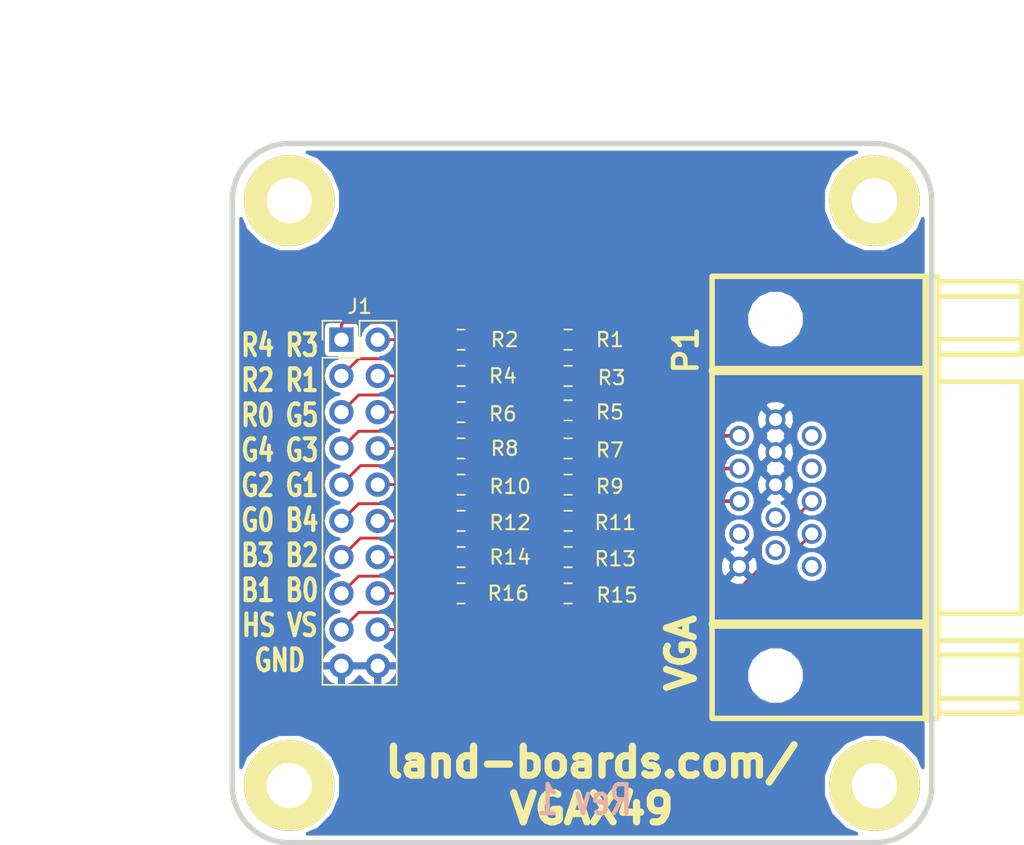
<source format=kicad_pcb>
(kicad_pcb (version 20171130) (host pcbnew "(5.0.2)-1")

  (general
    (thickness 1.6002)
    (drawings 17)
    (tracks 123)
    (zones 0)
    (modules 22)
    (nets 23)
  )

  (page A)
  (title_block
    (date "28 mar 2015")
    (rev X1)
  )

  (layers
    (0 Front signal)
    (31 Back signal)
    (36 B.SilkS user)
    (37 F.SilkS user)
    (38 B.Mask user)
    (39 F.Mask user)
    (40 Dwgs.User user)
    (44 Edge.Cuts user)
  )

  (setup
    (last_trace_width 0.254)
    (user_trace_width 0.254)
    (user_trace_width 0.635)
    (trace_clearance 0.254)
    (zone_clearance 0.3048)
    (zone_45_only no)
    (trace_min 0.2032)
    (segment_width 0.381)
    (edge_width 0.381)
    (via_size 0.889)
    (via_drill 0.635)
    (via_min_size 0.889)
    (via_min_drill 0.508)
    (uvia_size 0.508)
    (uvia_drill 0.127)
    (uvias_allowed no)
    (uvia_min_size 0.508)
    (uvia_min_drill 0.127)
    (pcb_text_width 0.3048)
    (pcb_text_size 1.524 2.032)
    (mod_edge_width 0.381)
    (mod_text_size 1.524 1.524)
    (mod_text_width 0.3048)
    (pad_size 6.35 6.35)
    (pad_drill 3.175)
    (pad_to_mask_clearance 0.1524)
    (solder_mask_min_width 0.25)
    (aux_axis_origin 0 0)
    (visible_elements 7FFFFF7F)
    (pcbplotparams
      (layerselection 0x010f0_ffffffff)
      (usegerberextensions true)
      (usegerberattributes false)
      (usegerberadvancedattributes false)
      (creategerberjobfile false)
      (excludeedgelayer true)
      (linewidth 0.150000)
      (plotframeref false)
      (viasonmask false)
      (mode 1)
      (useauxorigin false)
      (hpglpennumber 1)
      (hpglpenspeed 20)
      (hpglpendiameter 15.000000)
      (psnegative false)
      (psa4output false)
      (plotreference true)
      (plotvalue false)
      (plotinvisibletext false)
      (padsonsilk false)
      (subtractmaskfromsilk false)
      (outputformat 1)
      (mirror false)
      (drillshape 0)
      (scaleselection 1)
      (outputdirectory "plots/"))
  )

  (net 0 "")
  (net 1 GND)
  (net 2 /R4)
  (net 3 /R3)
  (net 4 /R2)
  (net 5 /R1)
  (net 6 /R0)
  (net 7 /G5)
  (net 8 /G4)
  (net 9 /G3)
  (net 10 /G2)
  (net 11 /G1)
  (net 12 /G0)
  (net 13 /B4)
  (net 14 /B3)
  (net 15 /B2)
  (net 16 /B1)
  (net 17 /B0)
  (net 18 /HS)
  (net 19 /VS)
  (net 20 "Net-(P1-Pad3)")
  (net 21 "Net-(P1-Pad2)")
  (net 22 "Net-(P1-Pad1)")

  (net_class Default "This is the default net class."
    (clearance 0.254)
    (trace_width 0.2032)
    (via_dia 0.889)
    (via_drill 0.635)
    (uvia_dia 0.508)
    (uvia_drill 0.127)
    (add_net /B0)
    (add_net /B1)
    (add_net /B2)
    (add_net /B3)
    (add_net /B4)
    (add_net /G0)
    (add_net /G1)
    (add_net /G2)
    (add_net /G3)
    (add_net /G4)
    (add_net /G5)
    (add_net /HS)
    (add_net /R0)
    (add_net /R1)
    (add_net /R2)
    (add_net /R3)
    (add_net /R4)
    (add_net /VS)
    (add_net GND)
    (add_net "Net-(P1-Pad1)")
    (add_net "Net-(P1-Pad2)")
    (add_net "Net-(P1-Pad3)")
  )

  (net_class POWER ""
    (clearance 0.254)
    (trace_width 0.635)
    (via_dia 0.889)
    (via_drill 0.635)
    (uvia_dia 0.508)
    (uvia_drill 0.127)
  )

  (module MTG-4-40 locked (layer Front) (tedit 50F036E3) (tstamp 51AF63A5)
    (at 14 55)
    (path /5030F2C2)
    (fp_text reference MTG3 (at -6.858 -0.635) (layer F.SilkS) hide
      (effects (font (size 1.524 1.524) (thickness 0.3048)))
    )
    (fp_text value CONN_1 (at 0 -5.08) (layer F.SilkS) hide
      (effects (font (size 1.524 1.524) (thickness 0.3048)))
    )
    (pad 1 thru_hole circle (at 0 0) (size 6.35 6.35) (drill 3.175) (layers *.Cu *.Mask F.SilkS))
  )

  (module MTG-4-40 locked (layer Front) (tedit 50F036E3) (tstamp 51AF63AA)
    (at 55 55)
    (path /5030F2C1)
    (fp_text reference MTG4 (at -6.858 -0.635) (layer F.SilkS) hide
      (effects (font (size 1.524 1.524) (thickness 0.3048)))
    )
    (fp_text value CONN_1 (at 0 -5.08) (layer F.SilkS) hide
      (effects (font (size 1.524 1.524) (thickness 0.3048)))
    )
    (pad 1 thru_hole circle (at 0 0) (size 6.35 6.35) (drill 3.175) (layers *.Cu *.Mask F.SilkS))
  )

  (module MTG-4-40 locked (layer Front) (tedit 50F036E3) (tstamp 51AF63AF)
    (at 55 14)
    (path /5030F2BD)
    (fp_text reference MTG2 (at -6.858 -0.635) (layer F.SilkS) hide
      (effects (font (size 1.524 1.524) (thickness 0.3048)))
    )
    (fp_text value CONN_1 (at 0 -5.08) (layer F.SilkS) hide
      (effects (font (size 1.524 1.524) (thickness 0.3048)))
    )
    (pad 1 thru_hole circle (at 0 0) (size 6.35 6.35) (drill 3.175) (layers *.Cu *.Mask F.SilkS))
  )

  (module MTG-4-40 locked (layer Front) (tedit 50F036E3) (tstamp 51AF63B4)
    (at 14 14)
    (path /5030F2A7)
    (fp_text reference MTG1 (at -6.858 -0.635) (layer F.SilkS) hide
      (effects (font (size 1.524 1.524) (thickness 0.3048)))
    )
    (fp_text value CONN_1 (at 0 -5.08) (layer F.SilkS) hide
      (effects (font (size 1.524 1.524) (thickness 0.3048)))
    )
    (pad 1 thru_hole circle (at 0 0) (size 6.35 6.35) (drill 3.175) (layers *.Cu *.Mask F.SilkS))
  )

  (module Connector_PinHeader_2.54mm:PinHeader_2x10_P2.54mm_Vertical (layer Front) (tedit 59FED5CC) (tstamp 5DD6A2FC)
    (at 17.653 23.749)
    (descr "Through hole straight pin header, 2x10, 2.54mm pitch, double rows")
    (tags "Through hole pin header THT 2x10 2.54mm double row")
    (path /5DD713E0)
    (fp_text reference J1 (at 1.27 -2.33) (layer F.SilkS)
      (effects (font (size 1 1) (thickness 0.15)))
    )
    (fp_text value Conn_02x10_Odd_Even (at 1.27 25.19) (layer F.Fab)
      (effects (font (size 1 1) (thickness 0.15)))
    )
    (fp_line (start 0 -1.27) (end 3.81 -1.27) (layer F.Fab) (width 0.1))
    (fp_line (start 3.81 -1.27) (end 3.81 24.13) (layer F.Fab) (width 0.1))
    (fp_line (start 3.81 24.13) (end -1.27 24.13) (layer F.Fab) (width 0.1))
    (fp_line (start -1.27 24.13) (end -1.27 0) (layer F.Fab) (width 0.1))
    (fp_line (start -1.27 0) (end 0 -1.27) (layer F.Fab) (width 0.1))
    (fp_line (start -1.33 24.19) (end 3.87 24.19) (layer F.SilkS) (width 0.12))
    (fp_line (start -1.33 1.27) (end -1.33 24.19) (layer F.SilkS) (width 0.12))
    (fp_line (start 3.87 -1.33) (end 3.87 24.19) (layer F.SilkS) (width 0.12))
    (fp_line (start -1.33 1.27) (end 1.27 1.27) (layer F.SilkS) (width 0.12))
    (fp_line (start 1.27 1.27) (end 1.27 -1.33) (layer F.SilkS) (width 0.12))
    (fp_line (start 1.27 -1.33) (end 3.87 -1.33) (layer F.SilkS) (width 0.12))
    (fp_line (start -1.33 0) (end -1.33 -1.33) (layer F.SilkS) (width 0.12))
    (fp_line (start -1.33 -1.33) (end 0 -1.33) (layer F.SilkS) (width 0.12))
    (fp_line (start -1.8 -1.8) (end -1.8 24.65) (layer F.CrtYd) (width 0.05))
    (fp_line (start -1.8 24.65) (end 4.35 24.65) (layer F.CrtYd) (width 0.05))
    (fp_line (start 4.35 24.65) (end 4.35 -1.8) (layer F.CrtYd) (width 0.05))
    (fp_line (start 4.35 -1.8) (end -1.8 -1.8) (layer F.CrtYd) (width 0.05))
    (fp_text user %R (at 1.27 11.43 90) (layer F.Fab)
      (effects (font (size 1 1) (thickness 0.15)))
    )
    (pad 1 thru_hole rect (at 0 0) (size 1.7 1.7) (drill 1) (layers *.Cu *.Mask)
      (net 2 /R4))
    (pad 2 thru_hole oval (at 2.54 0) (size 1.7 1.7) (drill 1) (layers *.Cu *.Mask)
      (net 3 /R3))
    (pad 3 thru_hole oval (at 0 2.54) (size 1.7 1.7) (drill 1) (layers *.Cu *.Mask)
      (net 4 /R2))
    (pad 4 thru_hole oval (at 2.54 2.54) (size 1.7 1.7) (drill 1) (layers *.Cu *.Mask)
      (net 5 /R1))
    (pad 5 thru_hole oval (at 0 5.08) (size 1.7 1.7) (drill 1) (layers *.Cu *.Mask)
      (net 6 /R0))
    (pad 6 thru_hole oval (at 2.54 5.08) (size 1.7 1.7) (drill 1) (layers *.Cu *.Mask)
      (net 7 /G5))
    (pad 7 thru_hole oval (at 0 7.62) (size 1.7 1.7) (drill 1) (layers *.Cu *.Mask)
      (net 8 /G4))
    (pad 8 thru_hole oval (at 2.54 7.62) (size 1.7 1.7) (drill 1) (layers *.Cu *.Mask)
      (net 9 /G3))
    (pad 9 thru_hole oval (at 0 10.16) (size 1.7 1.7) (drill 1) (layers *.Cu *.Mask)
      (net 10 /G2))
    (pad 10 thru_hole oval (at 2.54 10.16) (size 1.7 1.7) (drill 1) (layers *.Cu *.Mask)
      (net 11 /G1))
    (pad 11 thru_hole oval (at 0 12.7) (size 1.7 1.7) (drill 1) (layers *.Cu *.Mask)
      (net 12 /G0))
    (pad 12 thru_hole oval (at 2.54 12.7) (size 1.7 1.7) (drill 1) (layers *.Cu *.Mask)
      (net 13 /B4))
    (pad 13 thru_hole oval (at 0 15.24) (size 1.7 1.7) (drill 1) (layers *.Cu *.Mask)
      (net 14 /B3))
    (pad 14 thru_hole oval (at 2.54 15.24) (size 1.7 1.7) (drill 1) (layers *.Cu *.Mask)
      (net 15 /B2))
    (pad 15 thru_hole oval (at 0 17.78) (size 1.7 1.7) (drill 1) (layers *.Cu *.Mask)
      (net 16 /B1))
    (pad 16 thru_hole oval (at 2.54 17.78) (size 1.7 1.7) (drill 1) (layers *.Cu *.Mask)
      (net 17 /B0))
    (pad 17 thru_hole oval (at 0 20.32) (size 1.7 1.7) (drill 1) (layers *.Cu *.Mask)
      (net 18 /HS))
    (pad 18 thru_hole oval (at 2.54 20.32) (size 1.7 1.7) (drill 1) (layers *.Cu *.Mask)
      (net 19 /VS))
    (pad 19 thru_hole oval (at 0 22.86) (size 1.7 1.7) (drill 1) (layers *.Cu *.Mask)
      (net 1 GND))
    (pad 20 thru_hole oval (at 2.54 22.86) (size 1.7 1.7) (drill 1) (layers *.Cu *.Mask)
      (net 1 GND))
    (model ${KISYS3DMOD}/Connector_PinHeader_2.54mm.3dshapes/PinHeader_2x10_P2.54mm_Vertical.wrl
      (at (xyz 0 0 0))
      (scale (xyz 1 1 1))
      (rotate (xyz 0 0 0))
    )
  )

  (module LandBoards_Conns:DB_15F-VGA-fixed (layer Front) (tedit 587E8E83) (tstamp 5DD6A325)
    (at 52.07 34.798 90)
    (descr "D-SUB 15 pin VGA socket, Tyco P/N 440467-1")
    (path /5DD51525)
    (fp_text reference P1 (at 10.3124 -10.287 90) (layer F.SilkS)
      (effects (font (size 1.651 1.651) (thickness 0.3175)))
    )
    (fp_text value VGA (at -10.922 -10.6172 90) (layer F.SilkS)
      (effects (font (size 1.905 1.905) (thickness 0.47625)))
    )
    (fp_line (start 8.89 -8.382) (end 8.89 6.604) (layer F.SilkS) (width 0.65))
    (fp_line (start -8.89 -8.382) (end -8.89 6.35) (layer F.SilkS) (width 0.65))
    (fp_line (start -15.494 6.604) (end 15.24 6.604) (layer F.SilkS) (width 0.65))
    (fp_line (start 15.494 -8.382) (end 15.494 7.112) (layer F.SilkS) (width 0.381))
    (fp_line (start -15.494 -8.382) (end -15.494 7.112) (layer F.SilkS) (width 0.381))
    (fp_line (start -10.033 7.366) (end -10.033 13.208) (layer F.SilkS) (width 0.381))
    (fp_line (start 15.494 -8.45566) (end -15.494 -8.45566) (layer F.SilkS) (width 0.381))
    (fp_line (start -11.049 7.366) (end -11.049 13.208) (layer F.SilkS) (width 0.381))
    (fp_line (start -14.097 7.366) (end -14.097 13.208) (layer F.SilkS) (width 0.381))
    (fp_line (start 14.097 7.366) (end 14.097 13.208) (layer F.SilkS) (width 0.381))
    (fp_line (start 11.049 7.366) (end 11.049 13.208) (layer F.SilkS) (width 0.381))
    (fp_line (start 10.033 7.366) (end 10.033 13.208) (layer F.SilkS) (width 0.381))
    (fp_line (start 10.033 13.208) (end 15.113 13.208) (layer F.SilkS) (width 0.381))
    (fp_line (start 15.113 13.208) (end 15.113 7.493) (layer F.SilkS) (width 0.381))
    (fp_line (start -15.113 7.366) (end -15.113 13.208) (layer F.SilkS) (width 0.381))
    (fp_line (start -15.113 13.208) (end -10.033 13.208) (layer F.SilkS) (width 0.381))
    (fp_line (start -8.128 7.366) (end -8.128 13.208) (layer F.SilkS) (width 0.381))
    (fp_line (start -8.128 13.208) (end 8.128 13.208) (layer F.SilkS) (width 0.381))
    (fp_line (start 8.128 13.208) (end 8.128 7.366) (layer F.SilkS) (width 0.381))
    (fp_line (start -15.494 7.366) (end 15.494 7.366) (layer F.SilkS) (width 0.381))
    (pad "" np_thru_hole circle (at 12.49426 -4.01066 90) (size 3.2 3.2) (drill 3.2) (layers *.Cu *.Mask F.SilkS))
    (pad 3 thru_hole circle (at -0.2667 -6.55066 90) (size 1.397 1.397) (drill 0.889) (layers *.Cu *.Mask)
      (net 20 "Net-(P1-Pad3)"))
    (pad 2 thru_hole circle (at 2.0193 -6.55066 90) (size 1.397 1.397) (drill 0.9144) (layers *.Cu *.Mask)
      (net 21 "Net-(P1-Pad2)"))
    (pad 1 thru_hole circle (at 4.31038 -6.55066 90) (size 1.397 1.397) (drill 0.9144) (layers *.Cu *.Mask)
      (net 22 "Net-(P1-Pad1)"))
    (pad 4 thru_hole circle (at -2.56032 -6.55066 90) (size 1.397 1.397) (drill 0.9144) (layers *.Cu *.Mask))
    (pad 5 thru_hole circle (at -4.84886 -6.55066 90) (size 1.397 1.397) (drill 0.9144) (layers *.Cu *.Mask)
      (net 1 GND))
    (pad 9 thru_hole circle (at -1.41478 -4.01066 90) (size 1.397 1.397) (drill 0.9144) (layers *.Cu *.Mask))
    (pad 8 thru_hole circle (at 0.87376 -4.01066 90) (size 1.397 1.397) (drill 0.9144) (layers *.Cu *.Mask)
      (net 1 GND))
    (pad 7 thru_hole circle (at 3.16484 -4.01066 90) (size 1.397 1.397) (drill 0.9144) (layers *.Cu *.Mask)
      (net 1 GND))
    (pad 6 thru_hole circle (at 5.45592 -4.01066 90) (size 1.397 1.397) (drill 0.9144) (layers *.Cu *.Mask)
      (net 1 GND))
    (pad "" np_thru_hole circle (at -12.49426 -4.01066 90) (size 3.2 3.2) (drill 3.2) (layers *.Cu *.Mask F.SilkS))
    (pad 10 thru_hole circle (at -3.70586 -4.01066 90) (size 1.397 1.397) (drill 0.9144) (layers *.Cu *.Mask))
    (pad 11 thru_hole circle (at 4.31038 -1.47066 90) (size 1.397 1.397) (drill 0.9144) (layers *.Cu *.Mask))
    (pad 12 thru_hole circle (at 2.0193 -1.47066 90) (size 1.397 1.397) (drill 0.9144) (layers *.Cu *.Mask))
    (pad 13 thru_hole circle (at -0.26924 -1.4732 90) (size 1.397 1.397) (drill 0.9144) (layers *.Cu *.Mask)
      (net 18 /HS))
    (pad 14 thru_hole circle (at -2.56032 -1.47066 90) (size 1.397 1.397) (drill 0.9144) (layers *.Cu *.Mask)
      (net 19 /VS))
    (pad 15 thru_hole circle (at -4.84886 -1.47066 90) (size 1.397 1.397) (drill 0.9144) (layers *.Cu *.Mask))
    (model walter/conn_pc/db_15-vga.wrl
      (at (xyz 0 0 0))
      (scale (xyz 1 1 1))
      (rotate (xyz 0 0 0))
    )
  )

  (module Resistor_SMD:R_0805_2012Metric_Pad1.15x1.40mm_HandSolder (layer Front) (tedit 5B36C52B) (tstamp 5DD6A336)
    (at 33.528 23.749 180)
    (descr "Resistor SMD 0805 (2012 Metric), square (rectangular) end terminal, IPC_7351 nominal with elongated pad for handsoldering. (Body size source: https://docs.google.com/spreadsheets/d/1BsfQQcO9C6DZCsRaXUlFlo91Tg2WpOkGARC1WS5S8t0/edit?usp=sharing), generated with kicad-footprint-generator")
    (tags "resistor handsolder")
    (path /5DD516A7)
    (attr smd)
    (fp_text reference R1 (at -2.921 0 180) (layer F.SilkS)
      (effects (font (size 1 1) (thickness 0.15)))
    )
    (fp_text value 510 (at 0 1.65 180) (layer F.Fab)
      (effects (font (size 1 1) (thickness 0.15)))
    )
    (fp_line (start -1 0.6) (end -1 -0.6) (layer F.Fab) (width 0.1))
    (fp_line (start -1 -0.6) (end 1 -0.6) (layer F.Fab) (width 0.1))
    (fp_line (start 1 -0.6) (end 1 0.6) (layer F.Fab) (width 0.1))
    (fp_line (start 1 0.6) (end -1 0.6) (layer F.Fab) (width 0.1))
    (fp_line (start -0.261252 -0.71) (end 0.261252 -0.71) (layer F.SilkS) (width 0.12))
    (fp_line (start -0.261252 0.71) (end 0.261252 0.71) (layer F.SilkS) (width 0.12))
    (fp_line (start -1.85 0.95) (end -1.85 -0.95) (layer F.CrtYd) (width 0.05))
    (fp_line (start -1.85 -0.95) (end 1.85 -0.95) (layer F.CrtYd) (width 0.05))
    (fp_line (start 1.85 -0.95) (end 1.85 0.95) (layer F.CrtYd) (width 0.05))
    (fp_line (start 1.85 0.95) (end -1.85 0.95) (layer F.CrtYd) (width 0.05))
    (fp_text user %R (at 0 0 180) (layer F.Fab)
      (effects (font (size 0.5 0.5) (thickness 0.08)))
    )
    (pad 1 smd roundrect (at -1.025 0 180) (size 1.15 1.4) (layers Front F.Paste F.Mask) (roundrect_rratio 0.217391)
      (net 22 "Net-(P1-Pad1)"))
    (pad 2 smd roundrect (at 1.025 0 180) (size 1.15 1.4) (layers Front F.Paste F.Mask) (roundrect_rratio 0.217391)
      (net 2 /R4))
    (model ${KISYS3DMOD}/Resistor_SMD.3dshapes/R_0805_2012Metric.wrl
      (at (xyz 0 0 0))
      (scale (xyz 1 1 1))
      (rotate (xyz 0 0 0))
    )
  )

  (module Resistor_SMD:R_0805_2012Metric_Pad1.15x1.40mm_HandSolder (layer Front) (tedit 5B36C52B) (tstamp 5DD6A347)
    (at 26.035 23.749 180)
    (descr "Resistor SMD 0805 (2012 Metric), square (rectangular) end terminal, IPC_7351 nominal with elongated pad for handsoldering. (Body size source: https://docs.google.com/spreadsheets/d/1BsfQQcO9C6DZCsRaXUlFlo91Tg2WpOkGARC1WS5S8t0/edit?usp=sharing), generated with kicad-footprint-generator")
    (tags "resistor handsolder")
    (path /5DD5171E)
    (attr smd)
    (fp_text reference R2 (at -3.048 0 180) (layer F.SilkS)
      (effects (font (size 1 1) (thickness 0.15)))
    )
    (fp_text value 1K (at 0 1.65 180) (layer F.Fab)
      (effects (font (size 1 1) (thickness 0.15)))
    )
    (fp_text user %R (at 0 0 180) (layer F.Fab)
      (effects (font (size 0.5 0.5) (thickness 0.08)))
    )
    (fp_line (start 1.85 0.95) (end -1.85 0.95) (layer F.CrtYd) (width 0.05))
    (fp_line (start 1.85 -0.95) (end 1.85 0.95) (layer F.CrtYd) (width 0.05))
    (fp_line (start -1.85 -0.95) (end 1.85 -0.95) (layer F.CrtYd) (width 0.05))
    (fp_line (start -1.85 0.95) (end -1.85 -0.95) (layer F.CrtYd) (width 0.05))
    (fp_line (start -0.261252 0.71) (end 0.261252 0.71) (layer F.SilkS) (width 0.12))
    (fp_line (start -0.261252 -0.71) (end 0.261252 -0.71) (layer F.SilkS) (width 0.12))
    (fp_line (start 1 0.6) (end -1 0.6) (layer F.Fab) (width 0.1))
    (fp_line (start 1 -0.6) (end 1 0.6) (layer F.Fab) (width 0.1))
    (fp_line (start -1 -0.6) (end 1 -0.6) (layer F.Fab) (width 0.1))
    (fp_line (start -1 0.6) (end -1 -0.6) (layer F.Fab) (width 0.1))
    (pad 2 smd roundrect (at 1.025 0 180) (size 1.15 1.4) (layers Front F.Paste F.Mask) (roundrect_rratio 0.217391)
      (net 3 /R3))
    (pad 1 smd roundrect (at -1.025 0 180) (size 1.15 1.4) (layers Front F.Paste F.Mask) (roundrect_rratio 0.217391)
      (net 22 "Net-(P1-Pad1)"))
    (model ${KISYS3DMOD}/Resistor_SMD.3dshapes/R_0805_2012Metric.wrl
      (at (xyz 0 0 0))
      (scale (xyz 1 1 1))
      (rotate (xyz 0 0 0))
    )
  )

  (module Resistor_SMD:R_0805_2012Metric_Pad1.15x1.40mm_HandSolder (layer Front) (tedit 5B36C52B) (tstamp 5DD6A358)
    (at 33.528 26.289 180)
    (descr "Resistor SMD 0805 (2012 Metric), square (rectangular) end terminal, IPC_7351 nominal with elongated pad for handsoldering. (Body size source: https://docs.google.com/spreadsheets/d/1BsfQQcO9C6DZCsRaXUlFlo91Tg2WpOkGARC1WS5S8t0/edit?usp=sharing), generated with kicad-footprint-generator")
    (tags "resistor handsolder")
    (path /5DD51748)
    (attr smd)
    (fp_text reference R3 (at -3.048 -0.127 180) (layer F.SilkS)
      (effects (font (size 1 1) (thickness 0.15)))
    )
    (fp_text value 2.2K (at 0 1.65 180) (layer F.Fab)
      (effects (font (size 1 1) (thickness 0.15)))
    )
    (fp_line (start -1 0.6) (end -1 -0.6) (layer F.Fab) (width 0.1))
    (fp_line (start -1 -0.6) (end 1 -0.6) (layer F.Fab) (width 0.1))
    (fp_line (start 1 -0.6) (end 1 0.6) (layer F.Fab) (width 0.1))
    (fp_line (start 1 0.6) (end -1 0.6) (layer F.Fab) (width 0.1))
    (fp_line (start -0.261252 -0.71) (end 0.261252 -0.71) (layer F.SilkS) (width 0.12))
    (fp_line (start -0.261252 0.71) (end 0.261252 0.71) (layer F.SilkS) (width 0.12))
    (fp_line (start -1.85 0.95) (end -1.85 -0.95) (layer F.CrtYd) (width 0.05))
    (fp_line (start -1.85 -0.95) (end 1.85 -0.95) (layer F.CrtYd) (width 0.05))
    (fp_line (start 1.85 -0.95) (end 1.85 0.95) (layer F.CrtYd) (width 0.05))
    (fp_line (start 1.85 0.95) (end -1.85 0.95) (layer F.CrtYd) (width 0.05))
    (fp_text user %R (at 0 0 180) (layer F.Fab)
      (effects (font (size 0.5 0.5) (thickness 0.08)))
    )
    (pad 1 smd roundrect (at -1.025 0 180) (size 1.15 1.4) (layers Front F.Paste F.Mask) (roundrect_rratio 0.217391)
      (net 22 "Net-(P1-Pad1)"))
    (pad 2 smd roundrect (at 1.025 0 180) (size 1.15 1.4) (layers Front F.Paste F.Mask) (roundrect_rratio 0.217391)
      (net 4 /R2))
    (model ${KISYS3DMOD}/Resistor_SMD.3dshapes/R_0805_2012Metric.wrl
      (at (xyz 0 0 0))
      (scale (xyz 1 1 1))
      (rotate (xyz 0 0 0))
    )
  )

  (module Resistor_SMD:R_0805_2012Metric_Pad1.15x1.40mm_HandSolder (layer Front) (tedit 5B36C52B) (tstamp 5DD6A369)
    (at 26.035 26.289 180)
    (descr "Resistor SMD 0805 (2012 Metric), square (rectangular) end terminal, IPC_7351 nominal with elongated pad for handsoldering. (Body size source: https://docs.google.com/spreadsheets/d/1BsfQQcO9C6DZCsRaXUlFlo91Tg2WpOkGARC1WS5S8t0/edit?usp=sharing), generated with kicad-footprint-generator")
    (tags "resistor handsolder")
    (path /5DD51778)
    (attr smd)
    (fp_text reference R4 (at -2.921 0 180) (layer F.SilkS)
      (effects (font (size 1 1) (thickness 0.15)))
    )
    (fp_text value 4.7K (at 0 1.65 180) (layer F.Fab)
      (effects (font (size 1 1) (thickness 0.15)))
    )
    (fp_text user %R (at 0 0 180) (layer F.Fab)
      (effects (font (size 0.5 0.5) (thickness 0.08)))
    )
    (fp_line (start 1.85 0.95) (end -1.85 0.95) (layer F.CrtYd) (width 0.05))
    (fp_line (start 1.85 -0.95) (end 1.85 0.95) (layer F.CrtYd) (width 0.05))
    (fp_line (start -1.85 -0.95) (end 1.85 -0.95) (layer F.CrtYd) (width 0.05))
    (fp_line (start -1.85 0.95) (end -1.85 -0.95) (layer F.CrtYd) (width 0.05))
    (fp_line (start -0.261252 0.71) (end 0.261252 0.71) (layer F.SilkS) (width 0.12))
    (fp_line (start -0.261252 -0.71) (end 0.261252 -0.71) (layer F.SilkS) (width 0.12))
    (fp_line (start 1 0.6) (end -1 0.6) (layer F.Fab) (width 0.1))
    (fp_line (start 1 -0.6) (end 1 0.6) (layer F.Fab) (width 0.1))
    (fp_line (start -1 -0.6) (end 1 -0.6) (layer F.Fab) (width 0.1))
    (fp_line (start -1 0.6) (end -1 -0.6) (layer F.Fab) (width 0.1))
    (pad 2 smd roundrect (at 1.025 0 180) (size 1.15 1.4) (layers Front F.Paste F.Mask) (roundrect_rratio 0.217391)
      (net 5 /R1))
    (pad 1 smd roundrect (at -1.025 0 180) (size 1.15 1.4) (layers Front F.Paste F.Mask) (roundrect_rratio 0.217391)
      (net 22 "Net-(P1-Pad1)"))
    (model ${KISYS3DMOD}/Resistor_SMD.3dshapes/R_0805_2012Metric.wrl
      (at (xyz 0 0 0))
      (scale (xyz 1 1 1))
      (rotate (xyz 0 0 0))
    )
  )

  (module Resistor_SMD:R_0805_2012Metric_Pad1.15x1.40mm_HandSolder (layer Front) (tedit 5B36C52B) (tstamp 5DD6A37A)
    (at 33.528 28.702 180)
    (descr "Resistor SMD 0805 (2012 Metric), square (rectangular) end terminal, IPC_7351 nominal with elongated pad for handsoldering. (Body size source: https://docs.google.com/spreadsheets/d/1BsfQQcO9C6DZCsRaXUlFlo91Tg2WpOkGARC1WS5S8t0/edit?usp=sharing), generated with kicad-footprint-generator")
    (tags "resistor handsolder")
    (path /5DD519DB)
    (attr smd)
    (fp_text reference R5 (at -2.921 -0.127 180) (layer F.SilkS)
      (effects (font (size 1 1) (thickness 0.15)))
    )
    (fp_text value 10K (at 0 1.65 180) (layer F.Fab)
      (effects (font (size 1 1) (thickness 0.15)))
    )
    (fp_line (start -1 0.6) (end -1 -0.6) (layer F.Fab) (width 0.1))
    (fp_line (start -1 -0.6) (end 1 -0.6) (layer F.Fab) (width 0.1))
    (fp_line (start 1 -0.6) (end 1 0.6) (layer F.Fab) (width 0.1))
    (fp_line (start 1 0.6) (end -1 0.6) (layer F.Fab) (width 0.1))
    (fp_line (start -0.261252 -0.71) (end 0.261252 -0.71) (layer F.SilkS) (width 0.12))
    (fp_line (start -0.261252 0.71) (end 0.261252 0.71) (layer F.SilkS) (width 0.12))
    (fp_line (start -1.85 0.95) (end -1.85 -0.95) (layer F.CrtYd) (width 0.05))
    (fp_line (start -1.85 -0.95) (end 1.85 -0.95) (layer F.CrtYd) (width 0.05))
    (fp_line (start 1.85 -0.95) (end 1.85 0.95) (layer F.CrtYd) (width 0.05))
    (fp_line (start 1.85 0.95) (end -1.85 0.95) (layer F.CrtYd) (width 0.05))
    (fp_text user %R (at 0 0 180) (layer F.Fab)
      (effects (font (size 0.5 0.5) (thickness 0.08)))
    )
    (pad 1 smd roundrect (at -1.025 0 180) (size 1.15 1.4) (layers Front F.Paste F.Mask) (roundrect_rratio 0.217391)
      (net 22 "Net-(P1-Pad1)"))
    (pad 2 smd roundrect (at 1.025 0 180) (size 1.15 1.4) (layers Front F.Paste F.Mask) (roundrect_rratio 0.217391)
      (net 6 /R0))
    (model ${KISYS3DMOD}/Resistor_SMD.3dshapes/R_0805_2012Metric.wrl
      (at (xyz 0 0 0))
      (scale (xyz 1 1 1))
      (rotate (xyz 0 0 0))
    )
  )

  (module Resistor_SMD:R_0805_2012Metric_Pad1.15x1.40mm_HandSolder (layer Front) (tedit 5B36C52B) (tstamp 5DD6A38B)
    (at 26.035 28.829 180)
    (descr "Resistor SMD 0805 (2012 Metric), square (rectangular) end terminal, IPC_7351 nominal with elongated pad for handsoldering. (Body size source: https://docs.google.com/spreadsheets/d/1BsfQQcO9C6DZCsRaXUlFlo91Tg2WpOkGARC1WS5S8t0/edit?usp=sharing), generated with kicad-footprint-generator")
    (tags "resistor handsolder")
    (path /5DD51C48)
    (attr smd)
    (fp_text reference R6 (at -2.921 -0.127 180) (layer F.SilkS)
      (effects (font (size 1 1) (thickness 0.15)))
    )
    (fp_text value 510 (at 0 1.65 180) (layer F.Fab)
      (effects (font (size 1 1) (thickness 0.15)))
    )
    (fp_line (start -1 0.6) (end -1 -0.6) (layer F.Fab) (width 0.1))
    (fp_line (start -1 -0.6) (end 1 -0.6) (layer F.Fab) (width 0.1))
    (fp_line (start 1 -0.6) (end 1 0.6) (layer F.Fab) (width 0.1))
    (fp_line (start 1 0.6) (end -1 0.6) (layer F.Fab) (width 0.1))
    (fp_line (start -0.261252 -0.71) (end 0.261252 -0.71) (layer F.SilkS) (width 0.12))
    (fp_line (start -0.261252 0.71) (end 0.261252 0.71) (layer F.SilkS) (width 0.12))
    (fp_line (start -1.85 0.95) (end -1.85 -0.95) (layer F.CrtYd) (width 0.05))
    (fp_line (start -1.85 -0.95) (end 1.85 -0.95) (layer F.CrtYd) (width 0.05))
    (fp_line (start 1.85 -0.95) (end 1.85 0.95) (layer F.CrtYd) (width 0.05))
    (fp_line (start 1.85 0.95) (end -1.85 0.95) (layer F.CrtYd) (width 0.05))
    (fp_text user %R (at 0 0 180) (layer F.Fab)
      (effects (font (size 0.5 0.5) (thickness 0.08)))
    )
    (pad 1 smd roundrect (at -1.025 0 180) (size 1.15 1.4) (layers Front F.Paste F.Mask) (roundrect_rratio 0.217391)
      (net 21 "Net-(P1-Pad2)"))
    (pad 2 smd roundrect (at 1.025 0 180) (size 1.15 1.4) (layers Front F.Paste F.Mask) (roundrect_rratio 0.217391)
      (net 7 /G5))
    (model ${KISYS3DMOD}/Resistor_SMD.3dshapes/R_0805_2012Metric.wrl
      (at (xyz 0 0 0))
      (scale (xyz 1 1 1))
      (rotate (xyz 0 0 0))
    )
  )

  (module Resistor_SMD:R_0805_2012Metric_Pad1.15x1.40mm_HandSolder (layer Front) (tedit 5B36C52B) (tstamp 5DD6A39C)
    (at 33.528 31.369 180)
    (descr "Resistor SMD 0805 (2012 Metric), square (rectangular) end terminal, IPC_7351 nominal with elongated pad for handsoldering. (Body size source: https://docs.google.com/spreadsheets/d/1BsfQQcO9C6DZCsRaXUlFlo91Tg2WpOkGARC1WS5S8t0/edit?usp=sharing), generated with kicad-footprint-generator")
    (tags "resistor handsolder")
    (path /5DD51C4E)
    (attr smd)
    (fp_text reference R7 (at -2.921 -0.127 180) (layer F.SilkS)
      (effects (font (size 1 1) (thickness 0.15)))
    )
    (fp_text value 1K (at 0 1.65 180) (layer F.Fab)
      (effects (font (size 1 1) (thickness 0.15)))
    )
    (fp_text user %R (at 0 0 180) (layer F.Fab)
      (effects (font (size 0.5 0.5) (thickness 0.08)))
    )
    (fp_line (start 1.85 0.95) (end -1.85 0.95) (layer F.CrtYd) (width 0.05))
    (fp_line (start 1.85 -0.95) (end 1.85 0.95) (layer F.CrtYd) (width 0.05))
    (fp_line (start -1.85 -0.95) (end 1.85 -0.95) (layer F.CrtYd) (width 0.05))
    (fp_line (start -1.85 0.95) (end -1.85 -0.95) (layer F.CrtYd) (width 0.05))
    (fp_line (start -0.261252 0.71) (end 0.261252 0.71) (layer F.SilkS) (width 0.12))
    (fp_line (start -0.261252 -0.71) (end 0.261252 -0.71) (layer F.SilkS) (width 0.12))
    (fp_line (start 1 0.6) (end -1 0.6) (layer F.Fab) (width 0.1))
    (fp_line (start 1 -0.6) (end 1 0.6) (layer F.Fab) (width 0.1))
    (fp_line (start -1 -0.6) (end 1 -0.6) (layer F.Fab) (width 0.1))
    (fp_line (start -1 0.6) (end -1 -0.6) (layer F.Fab) (width 0.1))
    (pad 2 smd roundrect (at 1.025 0 180) (size 1.15 1.4) (layers Front F.Paste F.Mask) (roundrect_rratio 0.217391)
      (net 8 /G4))
    (pad 1 smd roundrect (at -1.025 0 180) (size 1.15 1.4) (layers Front F.Paste F.Mask) (roundrect_rratio 0.217391)
      (net 21 "Net-(P1-Pad2)"))
    (model ${KISYS3DMOD}/Resistor_SMD.3dshapes/R_0805_2012Metric.wrl
      (at (xyz 0 0 0))
      (scale (xyz 1 1 1))
      (rotate (xyz 0 0 0))
    )
  )

  (module Resistor_SMD:R_0805_2012Metric_Pad1.15x1.40mm_HandSolder (layer Front) (tedit 5B36C52B) (tstamp 5DD6A3AD)
    (at 26.035 31.369 180)
    (descr "Resistor SMD 0805 (2012 Metric), square (rectangular) end terminal, IPC_7351 nominal with elongated pad for handsoldering. (Body size source: https://docs.google.com/spreadsheets/d/1BsfQQcO9C6DZCsRaXUlFlo91Tg2WpOkGARC1WS5S8t0/edit?usp=sharing), generated with kicad-footprint-generator")
    (tags "resistor handsolder")
    (path /5DD51C54)
    (attr smd)
    (fp_text reference R8 (at -3.048 0 180) (layer F.SilkS)
      (effects (font (size 1 1) (thickness 0.15)))
    )
    (fp_text value 2.2K (at 0 1.65 180) (layer F.Fab)
      (effects (font (size 1 1) (thickness 0.15)))
    )
    (fp_line (start -1 0.6) (end -1 -0.6) (layer F.Fab) (width 0.1))
    (fp_line (start -1 -0.6) (end 1 -0.6) (layer F.Fab) (width 0.1))
    (fp_line (start 1 -0.6) (end 1 0.6) (layer F.Fab) (width 0.1))
    (fp_line (start 1 0.6) (end -1 0.6) (layer F.Fab) (width 0.1))
    (fp_line (start -0.261252 -0.71) (end 0.261252 -0.71) (layer F.SilkS) (width 0.12))
    (fp_line (start -0.261252 0.71) (end 0.261252 0.71) (layer F.SilkS) (width 0.12))
    (fp_line (start -1.85 0.95) (end -1.85 -0.95) (layer F.CrtYd) (width 0.05))
    (fp_line (start -1.85 -0.95) (end 1.85 -0.95) (layer F.CrtYd) (width 0.05))
    (fp_line (start 1.85 -0.95) (end 1.85 0.95) (layer F.CrtYd) (width 0.05))
    (fp_line (start 1.85 0.95) (end -1.85 0.95) (layer F.CrtYd) (width 0.05))
    (fp_text user %R (at 0 0 180) (layer F.Fab)
      (effects (font (size 0.5 0.5) (thickness 0.08)))
    )
    (pad 1 smd roundrect (at -1.025 0 180) (size 1.15 1.4) (layers Front F.Paste F.Mask) (roundrect_rratio 0.217391)
      (net 21 "Net-(P1-Pad2)"))
    (pad 2 smd roundrect (at 1.025 0 180) (size 1.15 1.4) (layers Front F.Paste F.Mask) (roundrect_rratio 0.217391)
      (net 9 /G3))
    (model ${KISYS3DMOD}/Resistor_SMD.3dshapes/R_0805_2012Metric.wrl
      (at (xyz 0 0 0))
      (scale (xyz 1 1 1))
      (rotate (xyz 0 0 0))
    )
  )

  (module Resistor_SMD:R_0805_2012Metric_Pad1.15x1.40mm_HandSolder (layer Front) (tedit 5B36C52B) (tstamp 5DD6A3BE)
    (at 33.528 33.909 180)
    (descr "Resistor SMD 0805 (2012 Metric), square (rectangular) end terminal, IPC_7351 nominal with elongated pad for handsoldering. (Body size source: https://docs.google.com/spreadsheets/d/1BsfQQcO9C6DZCsRaXUlFlo91Tg2WpOkGARC1WS5S8t0/edit?usp=sharing), generated with kicad-footprint-generator")
    (tags "resistor handsolder")
    (path /5DD51C5A)
    (attr smd)
    (fp_text reference R9 (at -2.921 -0.127 180) (layer F.SilkS)
      (effects (font (size 1 1) (thickness 0.15)))
    )
    (fp_text value 4.7K (at 0 1.65 180) (layer F.Fab)
      (effects (font (size 1 1) (thickness 0.15)))
    )
    (fp_text user %R (at 0 0 180) (layer F.Fab)
      (effects (font (size 0.5 0.5) (thickness 0.08)))
    )
    (fp_line (start 1.85 0.95) (end -1.85 0.95) (layer F.CrtYd) (width 0.05))
    (fp_line (start 1.85 -0.95) (end 1.85 0.95) (layer F.CrtYd) (width 0.05))
    (fp_line (start -1.85 -0.95) (end 1.85 -0.95) (layer F.CrtYd) (width 0.05))
    (fp_line (start -1.85 0.95) (end -1.85 -0.95) (layer F.CrtYd) (width 0.05))
    (fp_line (start -0.261252 0.71) (end 0.261252 0.71) (layer F.SilkS) (width 0.12))
    (fp_line (start -0.261252 -0.71) (end 0.261252 -0.71) (layer F.SilkS) (width 0.12))
    (fp_line (start 1 0.6) (end -1 0.6) (layer F.Fab) (width 0.1))
    (fp_line (start 1 -0.6) (end 1 0.6) (layer F.Fab) (width 0.1))
    (fp_line (start -1 -0.6) (end 1 -0.6) (layer F.Fab) (width 0.1))
    (fp_line (start -1 0.6) (end -1 -0.6) (layer F.Fab) (width 0.1))
    (pad 2 smd roundrect (at 1.025 0 180) (size 1.15 1.4) (layers Front F.Paste F.Mask) (roundrect_rratio 0.217391)
      (net 10 /G2))
    (pad 1 smd roundrect (at -1.025 0 180) (size 1.15 1.4) (layers Front F.Paste F.Mask) (roundrect_rratio 0.217391)
      (net 21 "Net-(P1-Pad2)"))
    (model ${KISYS3DMOD}/Resistor_SMD.3dshapes/R_0805_2012Metric.wrl
      (at (xyz 0 0 0))
      (scale (xyz 1 1 1))
      (rotate (xyz 0 0 0))
    )
  )

  (module Resistor_SMD:R_0805_2012Metric_Pad1.15x1.40mm_HandSolder (layer Front) (tedit 5B36C52B) (tstamp 5DD6A3CF)
    (at 26.035 33.909 180)
    (descr "Resistor SMD 0805 (2012 Metric), square (rectangular) end terminal, IPC_7351 nominal with elongated pad for handsoldering. (Body size source: https://docs.google.com/spreadsheets/d/1BsfQQcO9C6DZCsRaXUlFlo91Tg2WpOkGARC1WS5S8t0/edit?usp=sharing), generated with kicad-footprint-generator")
    (tags "resistor handsolder")
    (path /5DD51C60)
    (attr smd)
    (fp_text reference R10 (at -3.429 -0.127 180) (layer F.SilkS)
      (effects (font (size 1 1) (thickness 0.15)))
    )
    (fp_text value 10K (at 0 1.65 180) (layer F.Fab)
      (effects (font (size 1 1) (thickness 0.15)))
    )
    (fp_line (start -1 0.6) (end -1 -0.6) (layer F.Fab) (width 0.1))
    (fp_line (start -1 -0.6) (end 1 -0.6) (layer F.Fab) (width 0.1))
    (fp_line (start 1 -0.6) (end 1 0.6) (layer F.Fab) (width 0.1))
    (fp_line (start 1 0.6) (end -1 0.6) (layer F.Fab) (width 0.1))
    (fp_line (start -0.261252 -0.71) (end 0.261252 -0.71) (layer F.SilkS) (width 0.12))
    (fp_line (start -0.261252 0.71) (end 0.261252 0.71) (layer F.SilkS) (width 0.12))
    (fp_line (start -1.85 0.95) (end -1.85 -0.95) (layer F.CrtYd) (width 0.05))
    (fp_line (start -1.85 -0.95) (end 1.85 -0.95) (layer F.CrtYd) (width 0.05))
    (fp_line (start 1.85 -0.95) (end 1.85 0.95) (layer F.CrtYd) (width 0.05))
    (fp_line (start 1.85 0.95) (end -1.85 0.95) (layer F.CrtYd) (width 0.05))
    (fp_text user %R (at 0 0 180) (layer F.Fab)
      (effects (font (size 0.5 0.5) (thickness 0.08)))
    )
    (pad 1 smd roundrect (at -1.025 0 180) (size 1.15 1.4) (layers Front F.Paste F.Mask) (roundrect_rratio 0.217391)
      (net 21 "Net-(P1-Pad2)"))
    (pad 2 smd roundrect (at 1.025 0 180) (size 1.15 1.4) (layers Front F.Paste F.Mask) (roundrect_rratio 0.217391)
      (net 11 /G1))
    (model ${KISYS3DMOD}/Resistor_SMD.3dshapes/R_0805_2012Metric.wrl
      (at (xyz 0 0 0))
      (scale (xyz 1 1 1))
      (rotate (xyz 0 0 0))
    )
  )

  (module Resistor_SMD:R_0805_2012Metric_Pad1.15x1.40mm_HandSolder (layer Front) (tedit 5B36C52B) (tstamp 5DD6A3E0)
    (at 33.528 36.449 180)
    (descr "Resistor SMD 0805 (2012 Metric), square (rectangular) end terminal, IPC_7351 nominal with elongated pad for handsoldering. (Body size source: https://docs.google.com/spreadsheets/d/1BsfQQcO9C6DZCsRaXUlFlo91Tg2WpOkGARC1WS5S8t0/edit?usp=sharing), generated with kicad-footprint-generator")
    (tags "resistor handsolder")
    (path /5DD51CBD)
    (attr smd)
    (fp_text reference R11 (at -3.302 -0.127 180) (layer F.SilkS)
      (effects (font (size 1 1) (thickness 0.15)))
    )
    (fp_text value 22K (at 0 1.65 180) (layer F.Fab)
      (effects (font (size 1 1) (thickness 0.15)))
    )
    (fp_text user %R (at 0 0 180) (layer F.Fab)
      (effects (font (size 0.5 0.5) (thickness 0.08)))
    )
    (fp_line (start 1.85 0.95) (end -1.85 0.95) (layer F.CrtYd) (width 0.05))
    (fp_line (start 1.85 -0.95) (end 1.85 0.95) (layer F.CrtYd) (width 0.05))
    (fp_line (start -1.85 -0.95) (end 1.85 -0.95) (layer F.CrtYd) (width 0.05))
    (fp_line (start -1.85 0.95) (end -1.85 -0.95) (layer F.CrtYd) (width 0.05))
    (fp_line (start -0.261252 0.71) (end 0.261252 0.71) (layer F.SilkS) (width 0.12))
    (fp_line (start -0.261252 -0.71) (end 0.261252 -0.71) (layer F.SilkS) (width 0.12))
    (fp_line (start 1 0.6) (end -1 0.6) (layer F.Fab) (width 0.1))
    (fp_line (start 1 -0.6) (end 1 0.6) (layer F.Fab) (width 0.1))
    (fp_line (start -1 -0.6) (end 1 -0.6) (layer F.Fab) (width 0.1))
    (fp_line (start -1 0.6) (end -1 -0.6) (layer F.Fab) (width 0.1))
    (pad 2 smd roundrect (at 1.025 0 180) (size 1.15 1.4) (layers Front F.Paste F.Mask) (roundrect_rratio 0.217391)
      (net 12 /G0))
    (pad 1 smd roundrect (at -1.025 0 180) (size 1.15 1.4) (layers Front F.Paste F.Mask) (roundrect_rratio 0.217391)
      (net 21 "Net-(P1-Pad2)"))
    (model ${KISYS3DMOD}/Resistor_SMD.3dshapes/R_0805_2012Metric.wrl
      (at (xyz 0 0 0))
      (scale (xyz 1 1 1))
      (rotate (xyz 0 0 0))
    )
  )

  (module Resistor_SMD:R_0805_2012Metric_Pad1.15x1.40mm_HandSolder (layer Front) (tedit 5B36C52B) (tstamp 5DD6A3F1)
    (at 26.035 36.449 180)
    (descr "Resistor SMD 0805 (2012 Metric), square (rectangular) end terminal, IPC_7351 nominal with elongated pad for handsoldering. (Body size source: https://docs.google.com/spreadsheets/d/1BsfQQcO9C6DZCsRaXUlFlo91Tg2WpOkGARC1WS5S8t0/edit?usp=sharing), generated with kicad-footprint-generator")
    (tags "resistor handsolder")
    (path /5DD51ECA)
    (attr smd)
    (fp_text reference R12 (at -3.429 -0.127 180) (layer F.SilkS)
      (effects (font (size 1 1) (thickness 0.15)))
    )
    (fp_text value 510 (at 0 1.65 180) (layer F.Fab)
      (effects (font (size 1 1) (thickness 0.15)))
    )
    (fp_line (start -1 0.6) (end -1 -0.6) (layer F.Fab) (width 0.1))
    (fp_line (start -1 -0.6) (end 1 -0.6) (layer F.Fab) (width 0.1))
    (fp_line (start 1 -0.6) (end 1 0.6) (layer F.Fab) (width 0.1))
    (fp_line (start 1 0.6) (end -1 0.6) (layer F.Fab) (width 0.1))
    (fp_line (start -0.261252 -0.71) (end 0.261252 -0.71) (layer F.SilkS) (width 0.12))
    (fp_line (start -0.261252 0.71) (end 0.261252 0.71) (layer F.SilkS) (width 0.12))
    (fp_line (start -1.85 0.95) (end -1.85 -0.95) (layer F.CrtYd) (width 0.05))
    (fp_line (start -1.85 -0.95) (end 1.85 -0.95) (layer F.CrtYd) (width 0.05))
    (fp_line (start 1.85 -0.95) (end 1.85 0.95) (layer F.CrtYd) (width 0.05))
    (fp_line (start 1.85 0.95) (end -1.85 0.95) (layer F.CrtYd) (width 0.05))
    (fp_text user %R (at 0 0 180) (layer F.Fab)
      (effects (font (size 0.5 0.5) (thickness 0.08)))
    )
    (pad 1 smd roundrect (at -1.025 0 180) (size 1.15 1.4) (layers Front F.Paste F.Mask) (roundrect_rratio 0.217391)
      (net 20 "Net-(P1-Pad3)"))
    (pad 2 smd roundrect (at 1.025 0 180) (size 1.15 1.4) (layers Front F.Paste F.Mask) (roundrect_rratio 0.217391)
      (net 13 /B4))
    (model ${KISYS3DMOD}/Resistor_SMD.3dshapes/R_0805_2012Metric.wrl
      (at (xyz 0 0 0))
      (scale (xyz 1 1 1))
      (rotate (xyz 0 0 0))
    )
  )

  (module Resistor_SMD:R_0805_2012Metric_Pad1.15x1.40mm_HandSolder (layer Front) (tedit 5B36C52B) (tstamp 5DD6A402)
    (at 33.528 38.989 180)
    (descr "Resistor SMD 0805 (2012 Metric), square (rectangular) end terminal, IPC_7351 nominal with elongated pad for handsoldering. (Body size source: https://docs.google.com/spreadsheets/d/1BsfQQcO9C6DZCsRaXUlFlo91Tg2WpOkGARC1WS5S8t0/edit?usp=sharing), generated with kicad-footprint-generator")
    (tags "resistor handsolder")
    (path /5DD51ED0)
    (attr smd)
    (fp_text reference R13 (at -3.302 -0.127 180) (layer F.SilkS)
      (effects (font (size 1 1) (thickness 0.15)))
    )
    (fp_text value 1K (at 0 1.65 180) (layer F.Fab)
      (effects (font (size 1 1) (thickness 0.15)))
    )
    (fp_text user %R (at 0 0 180) (layer F.Fab)
      (effects (font (size 0.5 0.5) (thickness 0.08)))
    )
    (fp_line (start 1.85 0.95) (end -1.85 0.95) (layer F.CrtYd) (width 0.05))
    (fp_line (start 1.85 -0.95) (end 1.85 0.95) (layer F.CrtYd) (width 0.05))
    (fp_line (start -1.85 -0.95) (end 1.85 -0.95) (layer F.CrtYd) (width 0.05))
    (fp_line (start -1.85 0.95) (end -1.85 -0.95) (layer F.CrtYd) (width 0.05))
    (fp_line (start -0.261252 0.71) (end 0.261252 0.71) (layer F.SilkS) (width 0.12))
    (fp_line (start -0.261252 -0.71) (end 0.261252 -0.71) (layer F.SilkS) (width 0.12))
    (fp_line (start 1 0.6) (end -1 0.6) (layer F.Fab) (width 0.1))
    (fp_line (start 1 -0.6) (end 1 0.6) (layer F.Fab) (width 0.1))
    (fp_line (start -1 -0.6) (end 1 -0.6) (layer F.Fab) (width 0.1))
    (fp_line (start -1 0.6) (end -1 -0.6) (layer F.Fab) (width 0.1))
    (pad 2 smd roundrect (at 1.025 0 180) (size 1.15 1.4) (layers Front F.Paste F.Mask) (roundrect_rratio 0.217391)
      (net 14 /B3))
    (pad 1 smd roundrect (at -1.025 0 180) (size 1.15 1.4) (layers Front F.Paste F.Mask) (roundrect_rratio 0.217391)
      (net 20 "Net-(P1-Pad3)"))
    (model ${KISYS3DMOD}/Resistor_SMD.3dshapes/R_0805_2012Metric.wrl
      (at (xyz 0 0 0))
      (scale (xyz 1 1 1))
      (rotate (xyz 0 0 0))
    )
  )

  (module Resistor_SMD:R_0805_2012Metric_Pad1.15x1.40mm_HandSolder (layer Front) (tedit 5B36C52B) (tstamp 5DD6A413)
    (at 26.035 38.989 180)
    (descr "Resistor SMD 0805 (2012 Metric), square (rectangular) end terminal, IPC_7351 nominal with elongated pad for handsoldering. (Body size source: https://docs.google.com/spreadsheets/d/1BsfQQcO9C6DZCsRaXUlFlo91Tg2WpOkGARC1WS5S8t0/edit?usp=sharing), generated with kicad-footprint-generator")
    (tags "resistor handsolder")
    (path /5DD51ED6)
    (attr smd)
    (fp_text reference R14 (at -3.429 0 180) (layer F.SilkS)
      (effects (font (size 1 1) (thickness 0.15)))
    )
    (fp_text value 2.2K (at 0 1.65 180) (layer F.Fab)
      (effects (font (size 1 1) (thickness 0.15)))
    )
    (fp_text user %R (at 0 0 180) (layer F.Fab)
      (effects (font (size 0.5 0.5) (thickness 0.08)))
    )
    (fp_line (start 1.85 0.95) (end -1.85 0.95) (layer F.CrtYd) (width 0.05))
    (fp_line (start 1.85 -0.95) (end 1.85 0.95) (layer F.CrtYd) (width 0.05))
    (fp_line (start -1.85 -0.95) (end 1.85 -0.95) (layer F.CrtYd) (width 0.05))
    (fp_line (start -1.85 0.95) (end -1.85 -0.95) (layer F.CrtYd) (width 0.05))
    (fp_line (start -0.261252 0.71) (end 0.261252 0.71) (layer F.SilkS) (width 0.12))
    (fp_line (start -0.261252 -0.71) (end 0.261252 -0.71) (layer F.SilkS) (width 0.12))
    (fp_line (start 1 0.6) (end -1 0.6) (layer F.Fab) (width 0.1))
    (fp_line (start 1 -0.6) (end 1 0.6) (layer F.Fab) (width 0.1))
    (fp_line (start -1 -0.6) (end 1 -0.6) (layer F.Fab) (width 0.1))
    (fp_line (start -1 0.6) (end -1 -0.6) (layer F.Fab) (width 0.1))
    (pad 2 smd roundrect (at 1.025 0 180) (size 1.15 1.4) (layers Front F.Paste F.Mask) (roundrect_rratio 0.217391)
      (net 15 /B2))
    (pad 1 smd roundrect (at -1.025 0 180) (size 1.15 1.4) (layers Front F.Paste F.Mask) (roundrect_rratio 0.217391)
      (net 20 "Net-(P1-Pad3)"))
    (model ${KISYS3DMOD}/Resistor_SMD.3dshapes/R_0805_2012Metric.wrl
      (at (xyz 0 0 0))
      (scale (xyz 1 1 1))
      (rotate (xyz 0 0 0))
    )
  )

  (module Resistor_SMD:R_0805_2012Metric_Pad1.15x1.40mm_HandSolder (layer Front) (tedit 5B36C52B) (tstamp 5DD6A424)
    (at 33.528 41.529 180)
    (descr "Resistor SMD 0805 (2012 Metric), square (rectangular) end terminal, IPC_7351 nominal with elongated pad for handsoldering. (Body size source: https://docs.google.com/spreadsheets/d/1BsfQQcO9C6DZCsRaXUlFlo91Tg2WpOkGARC1WS5S8t0/edit?usp=sharing), generated with kicad-footprint-generator")
    (tags "resistor handsolder")
    (path /5DD51EDC)
    (attr smd)
    (fp_text reference R15 (at -3.429 -0.127 180) (layer F.SilkS)
      (effects (font (size 1 1) (thickness 0.15)))
    )
    (fp_text value 4.7K (at 0 1.65 180) (layer F.Fab)
      (effects (font (size 1 1) (thickness 0.15)))
    )
    (fp_line (start -1 0.6) (end -1 -0.6) (layer F.Fab) (width 0.1))
    (fp_line (start -1 -0.6) (end 1 -0.6) (layer F.Fab) (width 0.1))
    (fp_line (start 1 -0.6) (end 1 0.6) (layer F.Fab) (width 0.1))
    (fp_line (start 1 0.6) (end -1 0.6) (layer F.Fab) (width 0.1))
    (fp_line (start -0.261252 -0.71) (end 0.261252 -0.71) (layer F.SilkS) (width 0.12))
    (fp_line (start -0.261252 0.71) (end 0.261252 0.71) (layer F.SilkS) (width 0.12))
    (fp_line (start -1.85 0.95) (end -1.85 -0.95) (layer F.CrtYd) (width 0.05))
    (fp_line (start -1.85 -0.95) (end 1.85 -0.95) (layer F.CrtYd) (width 0.05))
    (fp_line (start 1.85 -0.95) (end 1.85 0.95) (layer F.CrtYd) (width 0.05))
    (fp_line (start 1.85 0.95) (end -1.85 0.95) (layer F.CrtYd) (width 0.05))
    (fp_text user %R (at 0 0 180) (layer F.Fab)
      (effects (font (size 0.5 0.5) (thickness 0.08)))
    )
    (pad 1 smd roundrect (at -1.025 0 180) (size 1.15 1.4) (layers Front F.Paste F.Mask) (roundrect_rratio 0.217391)
      (net 20 "Net-(P1-Pad3)"))
    (pad 2 smd roundrect (at 1.025 0 180) (size 1.15 1.4) (layers Front F.Paste F.Mask) (roundrect_rratio 0.217391)
      (net 16 /B1))
    (model ${KISYS3DMOD}/Resistor_SMD.3dshapes/R_0805_2012Metric.wrl
      (at (xyz 0 0 0))
      (scale (xyz 1 1 1))
      (rotate (xyz 0 0 0))
    )
  )

  (module Resistor_SMD:R_0805_2012Metric_Pad1.15x1.40mm_HandSolder (layer Front) (tedit 5B36C52B) (tstamp 5DD6A435)
    (at 26.035 41.529 180)
    (descr "Resistor SMD 0805 (2012 Metric), square (rectangular) end terminal, IPC_7351 nominal with elongated pad for handsoldering. (Body size source: https://docs.google.com/spreadsheets/d/1BsfQQcO9C6DZCsRaXUlFlo91Tg2WpOkGARC1WS5S8t0/edit?usp=sharing), generated with kicad-footprint-generator")
    (tags "resistor handsolder")
    (path /5DD51EE2)
    (attr smd)
    (fp_text reference R16 (at -3.302 0 180) (layer F.SilkS)
      (effects (font (size 1 1) (thickness 0.15)))
    )
    (fp_text value 10K (at 0 1.65 180) (layer F.Fab)
      (effects (font (size 1 1) (thickness 0.15)))
    )
    (fp_text user %R (at 0 0 180) (layer F.Fab)
      (effects (font (size 0.5 0.5) (thickness 0.08)))
    )
    (fp_line (start 1.85 0.95) (end -1.85 0.95) (layer F.CrtYd) (width 0.05))
    (fp_line (start 1.85 -0.95) (end 1.85 0.95) (layer F.CrtYd) (width 0.05))
    (fp_line (start -1.85 -0.95) (end 1.85 -0.95) (layer F.CrtYd) (width 0.05))
    (fp_line (start -1.85 0.95) (end -1.85 -0.95) (layer F.CrtYd) (width 0.05))
    (fp_line (start -0.261252 0.71) (end 0.261252 0.71) (layer F.SilkS) (width 0.12))
    (fp_line (start -0.261252 -0.71) (end 0.261252 -0.71) (layer F.SilkS) (width 0.12))
    (fp_line (start 1 0.6) (end -1 0.6) (layer F.Fab) (width 0.1))
    (fp_line (start 1 -0.6) (end 1 0.6) (layer F.Fab) (width 0.1))
    (fp_line (start -1 -0.6) (end 1 -0.6) (layer F.Fab) (width 0.1))
    (fp_line (start -1 0.6) (end -1 -0.6) (layer F.Fab) (width 0.1))
    (pad 2 smd roundrect (at 1.025 0 180) (size 1.15 1.4) (layers Front F.Paste F.Mask) (roundrect_rratio 0.217391)
      (net 17 /B0))
    (pad 1 smd roundrect (at -1.025 0 180) (size 1.15 1.4) (layers Front F.Paste F.Mask) (roundrect_rratio 0.217391)
      (net 20 "Net-(P1-Pad3)"))
    (model ${KISYS3DMOD}/Resistor_SMD.3dshapes/R_0805_2012Metric.wrl
      (at (xyz 0 0 0))
      (scale (xyz 1 1 1))
      (rotate (xyz 0 0 0))
    )
  )

  (gr_text "R4 R3\nR2 R1\nR0 G5\nG4 G3\nG2 G1\nG0 B4\nB3 B2\nB1 B0\nHS VS\nGND" (at 13.335 35.179) (layer F.SilkS)
    (effects (font (size 1.524 1.143) (thickness 0.28575)))
  )
  (gr_text "land-boards.com/\nVGAX49" (at 35.179 54.991) (layer F.SilkS)
    (effects (font (size 2.032 2.032) (thickness 0.508)))
  )
  (gr_line (start 31.623 47.879) (end 31.623 22.479) (layer Dwgs.User) (width 0.127))
  (gr_line (start 24.13 22.479) (end 24.13 47.879) (layer Dwgs.User) (width 0.127))
  (gr_text "Rev 1" (at 34.671 56.007) (layer B.SilkS)
    (effects (font (size 2.032 1.524) (thickness 0.3048)) (justify mirror))
  )
  (dimension 49 (width 0.3048) (layer Dwgs.User)
    (gr_text "49.000 mm" (at 0.3744 34.5 90) (layer Dwgs.User)
      (effects (font (size 2.032 1.524) (thickness 0.3048)))
    )
    (feature1 (pts (xy 14 10) (xy -1.2512 10)))
    (feature2 (pts (xy 14 59) (xy -1.2512 59)))
    (crossbar (pts (xy 2 59) (xy 2 10)))
    (arrow1a (pts (xy 2 10) (xy 2.58642 11.126503)))
    (arrow1b (pts (xy 2 10) (xy 1.41358 11.126503)))
    (arrow2a (pts (xy 2 59) (xy 2.58642 57.873497)))
    (arrow2b (pts (xy 2 59) (xy 1.41358 57.873497)))
  )
  (dimension 49 (width 0.3048) (layer Dwgs.User)
    (gr_text "49.000 mm" (at 34.5 2.374401) (layer Dwgs.User)
      (effects (font (size 2.032 1.524) (thickness 0.3048)))
    )
    (feature1 (pts (xy 10 14) (xy 10 0.748801)))
    (feature2 (pts (xy 59 14) (xy 59 0.748801)))
    (crossbar (pts (xy 59 4.000001) (xy 10 4.000001)))
    (arrow1a (pts (xy 10 4.000001) (xy 11.126503 3.413581)))
    (arrow1b (pts (xy 10 4.000001) (xy 11.126503 4.586421)))
    (arrow2a (pts (xy 59 4.000001) (xy 57.873497 3.413581)))
    (arrow2b (pts (xy 59 4.000001) (xy 57.873497 4.586421)))
  )
  (dimension 41 (width 0.3048) (layer Dwgs.User)
    (gr_text "41.000 mm" (at 34.5 6.374401) (layer Dwgs.User)
      (effects (font (size 2.032 1.524) (thickness 0.3048)))
    )
    (feature1 (pts (xy 55 14) (xy 55 4.748801)))
    (feature2 (pts (xy 14 14) (xy 14 4.748801)))
    (crossbar (pts (xy 14 8.000001) (xy 55 8.000001)))
    (arrow1a (pts (xy 55 8.000001) (xy 53.873497 8.586421)))
    (arrow1b (pts (xy 55 8.000001) (xy 53.873497 7.413581)))
    (arrow2a (pts (xy 14 8.000001) (xy 15.126503 8.586421)))
    (arrow2b (pts (xy 14 8.000001) (xy 15.126503 7.413581)))
  )
  (dimension 41 (width 0.3048) (layer Dwgs.User)
    (gr_text "41.000 mm" (at 6.3744 34.5 90) (layer Dwgs.User)
      (effects (font (size 2.032 1.524) (thickness 0.3048)))
    )
    (feature1 (pts (xy 14 14) (xy 4.7488 14)))
    (feature2 (pts (xy 14 55) (xy 4.7488 55)))
    (crossbar (pts (xy 8 55) (xy 8 14)))
    (arrow1a (pts (xy 8 14) (xy 8.58642 15.126503)))
    (arrow1b (pts (xy 8 14) (xy 7.41358 15.126503)))
    (arrow2a (pts (xy 8 55) (xy 8.58642 53.873497)))
    (arrow2b (pts (xy 8 55) (xy 7.41358 53.873497)))
  )
  (gr_line (start 10 55) (end 10 14) (angle 90) (layer Edge.Cuts) (width 0.381))
  (gr_line (start 55 59) (end 14 59) (angle 90) (layer Edge.Cuts) (width 0.381))
  (gr_line (start 59 14) (end 59 55) (angle 90) (layer Edge.Cuts) (width 0.381))
  (gr_line (start 14 10) (end 55 10) (angle 90) (layer Edge.Cuts) (width 0.381))
  (gr_arc (start 55 55) (end 59 55) (angle 90) (layer Edge.Cuts) (width 0.381))
  (gr_arc (start 55 14) (end 55 10) (angle 90) (layer Edge.Cuts) (width 0.381))
  (gr_arc (start 14 14) (end 10 14) (angle 90) (layer Edge.Cuts) (width 0.381))
  (gr_arc (start 14 55) (end 14 59) (angle 90) (layer Edge.Cuts) (width 0.381))

  (segment (start 17.653 22.6958) (end 17.805401 22.543399) (width 0.2032) (layer Front) (net 2))
  (segment (start 17.653 23.749) (end 17.653 22.6958) (width 0.2032) (layer Front) (net 2))
  (segment (start 30.415601 23.749) (end 29.21 22.543399) (width 0.2032) (layer Front) (net 2))
  (segment (start 32.503 23.749) (end 30.415601 23.749) (width 0.2032) (layer Front) (net 2))
  (segment (start 17.805401 22.543399) (end 29.21 22.543399) (width 0.2032) (layer Front) (net 2))
  (segment (start 21.395081 23.749) (end 25.01 23.749) (width 0.2032) (layer Front) (net 3))
  (segment (start 20.193 23.749) (end 21.395081 23.749) (width 0.2032) (layer Front) (net 3))
  (segment (start 18.858601 25.083399) (end 17.653 26.289) (width 0.2032) (layer Front) (net 4))
  (segment (start 29.147399 25.083399) (end 18.858601 25.083399) (width 0.2032) (layer Front) (net 4))
  (segment (start 30.353 26.289) (end 29.147399 25.083399) (width 0.2032) (layer Front) (net 4))
  (segment (start 32.503 26.289) (end 30.353 26.289) (width 0.2032) (layer Front) (net 4))
  (segment (start 20.193 26.289) (end 25.01 26.289) (width 0.2032) (layer Front) (net 5))
  (segment (start 18.858601 27.623399) (end 17.653 28.829) (width 0.2032) (layer Front) (net 6))
  (segment (start 29.083 27.623399) (end 18.858601 27.623399) (width 0.2032) (layer Front) (net 6))
  (segment (start 30.161601 28.702) (end 29.083 27.623399) (width 0.2032) (layer Front) (net 6))
  (segment (start 32.503 28.702) (end 30.161601 28.702) (width 0.2032) (layer Front) (net 6))
  (segment (start 20.193 28.829) (end 25.01 28.829) (width 0.2032) (layer Front) (net 7))
  (segment (start 18.858601 30.163399) (end 17.653 31.369) (width 0.2032) (layer Front) (net 8))
  (segment (start 29.21 30.163399) (end 18.858601 30.163399) (width 0.2032) (layer Front) (net 8))
  (segment (start 30.415601 31.369) (end 29.21 30.163399) (width 0.2032) (layer Front) (net 8))
  (segment (start 32.503 31.369) (end 30.415601 31.369) (width 0.2032) (layer Front) (net 8))
  (segment (start 21.395081 31.369) (end 25.01 31.369) (width 0.2032) (layer Front) (net 9))
  (segment (start 20.193 31.369) (end 21.395081 31.369) (width 0.2032) (layer Front) (net 9))
  (segment (start 18.987399 32.574601) (end 17.653 33.909) (width 0.2032) (layer Front) (net 10))
  (segment (start 29.083 32.574601) (end 18.987399 32.574601) (width 0.2032) (layer Front) (net 10))
  (segment (start 30.417399 33.909) (end 29.083 32.574601) (width 0.2032) (layer Front) (net 10))
  (segment (start 32.503 33.909) (end 30.417399 33.909) (width 0.2032) (layer Front) (net 10))
  (segment (start 20.193 33.909) (end 25.01 33.909) (width 0.2032) (layer Front) (net 11))
  (segment (start 18.858601 35.243399) (end 17.653 36.449) (width 0.2032) (layer Front) (net 12))
  (segment (start 29.21 35.243399) (end 18.858601 35.243399) (width 0.2032) (layer Front) (net 12))
  (segment (start 30.415601 36.449) (end 29.21 35.243399) (width 0.2032) (layer Front) (net 12))
  (segment (start 32.503 36.449) (end 30.415601 36.449) (width 0.2032) (layer Front) (net 12))
  (segment (start 20.193 36.449) (end 25.01 36.449) (width 0.2032) (layer Front) (net 13))
  (segment (start 18.987399 37.654601) (end 17.653 38.989) (width 0.2032) (layer Front) (net 14))
  (segment (start 29.21 37.654601) (end 18.987399 37.654601) (width 0.2032) (layer Front) (net 14))
  (segment (start 30.544399 38.989) (end 29.21 37.654601) (width 0.2032) (layer Front) (net 14))
  (segment (start 32.503 38.989) (end 30.544399 38.989) (width 0.2032) (layer Front) (net 14))
  (segment (start 21.395081 38.989) (end 25.01 38.989) (width 0.2032) (layer Front) (net 15))
  (segment (start 20.193 38.989) (end 21.395081 38.989) (width 0.2032) (layer Front) (net 15))
  (segment (start 17.653 41.529) (end 18.858601 40.323399) (width 0.2032) (layer Front) (net 16))
  (segment (start 30.796601 41.529) (end 29.591 40.323399) (width 0.2032) (layer Front) (net 16))
  (segment (start 32.503 41.529) (end 30.796601 41.529) (width 0.2032) (layer Front) (net 16))
  (segment (start 18.858601 40.323399) (end 29.591 40.323399) (width 0.2032) (layer Front) (net 16))
  (segment (start 20.193 41.529) (end 25.01 41.529) (width 0.2032) (layer Front) (net 17))
  (segment (start 49.898301 35.765739) (end 50.5968 35.06724) (width 0.2032) (layer Front) (net 18))
  (segment (start 49.898301 35.933889) (end 49.898301 35.765739) (width 0.2032) (layer Front) (net 18))
  (segment (start 48.565309 37.266881) (end 49.898301 35.933889) (width 0.2032) (layer Front) (net 18))
  (segment (start 47.736249 37.266881) (end 48.565309 37.266881) (width 0.2032) (layer Front) (net 18))
  (segment (start 47.005239 37.997891) (end 47.736249 37.266881) (width 0.2032) (layer Front) (net 18))
  (segment (start 17.653 44.069) (end 18.858601 42.863399) (width 0.2032) (layer Front) (net 18))
  (segment (start 18.858601 42.863399) (end 22.670399 42.863399) (width 0.2032) (layer Front) (net 18))
  (segment (start 25.654 45.847) (end 40.87927 45.847) (width 0.2032) (layer Front) (net 18))
  (segment (start 22.670399 42.863399) (end 25.654 45.847) (width 0.2032) (layer Front) (net 18))
  (segment (start 40.87927 45.847) (end 47.005239 39.721031) (width 0.2032) (layer Front) (net 18))
  (segment (start 47.005239 39.721031) (end 47.005239 37.997891) (width 0.2032) (layer Front) (net 18))
  (segment (start 49.900841 38.056819) (end 50.59934 37.35832) (width 0.2032) (layer Front) (net 19))
  (segment (start 49.900841 38.222429) (end 49.900841 38.056819) (width 0.2032) (layer Front) (net 19))
  (segment (start 41.00627 47.117) (end 49.900841 38.222429) (width 0.2032) (layer Front) (net 19))
  (segment (start 25.273 47.117) (end 41.00627 47.117) (width 0.2032) (layer Front) (net 19))
  (segment (start 22.225 44.069) (end 25.273 47.117) (width 0.2032) (layer Front) (net 19))
  (segment (start 20.193 44.069) (end 22.225 44.069) (width 0.2032) (layer Front) (net 19))
  (segment (start 33.929628 38.365628) (end 34.553 38.989) (width 0.2032) (layer Front) (net 20))
  (segment (start 33.49739 37.93339) (end 33.929628 38.365628) (width 0.2032) (layer Front) (net 20))
  (segment (start 30.135381 37.93339) (end 33.49739 37.93339) (width 0.2032) (layer Front) (net 20))
  (segment (start 28.650991 36.449) (end 30.135381 37.93339) (width 0.2032) (layer Front) (net 20))
  (segment (start 27.06 36.449) (end 28.650991 36.449) (width 0.2032) (layer Front) (net 20))
  (segment (start 27.735 38.989) (end 28.192209 39.446209) (width 0.2032) (layer Front) (net 20))
  (segment (start 27.06 38.989) (end 27.735 38.989) (width 0.2032) (layer Front) (net 20))
  (segment (start 31.328745 39.446209) (end 32.014536 40.132) (width 0.2032) (layer Front) (net 20))
  (segment (start 32.014536 40.132) (end 34.544 40.132) (width 0.2032) (layer Front) (net 20))
  (segment (start 28.192209 39.446209) (end 31.328745 39.446209) (width 0.2032) (layer Front) (net 20))
  (segment (start 34.544 40.132) (end 34.553 40.123) (width 0.2032) (layer Front) (net 20))
  (segment (start 34.553 40.729) (end 34.553 39.878) (width 0.2032) (layer Front) (net 20))
  (segment (start 34.553 41.529) (end 34.553 40.729) (width 0.2032) (layer Front) (net 20))
  (segment (start 34.553 40.123) (end 34.553 39.878) (width 0.2032) (layer Front) (net 20))
  (segment (start 34.553 39.878) (end 34.553 38.989) (width 0.2032) (layer Front) (net 20))
  (segment (start 33.929628 42.152372) (end 34.553 41.529) (width 0.2032) (layer Front) (net 20))
  (segment (start 33.49739 42.58461) (end 33.929628 42.152372) (width 0.2032) (layer Front) (net 20))
  (segment (start 29.134202 42.58461) (end 33.49739 42.58461) (width 0.2032) (layer Front) (net 20))
  (segment (start 28.078592 41.529) (end 29.134202 42.58461) (width 0.2032) (layer Front) (net 20))
  (segment (start 27.06 41.529) (end 28.078592 41.529) (width 0.2032) (layer Front) (net 20))
  (segment (start 38.2397 38.989) (end 34.553 38.989) (width 0.254) (layer Front) (net 20))
  (segment (start 45.51934 35.0647) (end 42.164 35.0647) (width 0.254) (layer Front) (net 20))
  (segment (start 42.164 35.0647) (end 38.2397 38.989) (width 0.254) (layer Front) (net 20))
  (segment (start 33.929628 30.745628) (end 34.553 31.369) (width 0.2032) (layer Front) (net 21))
  (segment (start 33.49739 30.31339) (end 33.929628 30.745628) (width 0.2032) (layer Front) (net 21))
  (segment (start 30.006583 30.31339) (end 33.49739 30.31339) (width 0.2032) (layer Front) (net 21))
  (segment (start 28.522193 28.829) (end 30.006583 30.31339) (width 0.2032) (layer Front) (net 21))
  (segment (start 27.06 28.829) (end 28.522193 28.829) (width 0.2032) (layer Front) (net 21))
  (segment (start 33.929628 31.992372) (end 34.553 31.369) (width 0.2032) (layer Front) (net 21))
  (segment (start 33.49739 32.42461) (end 33.929628 31.992372) (width 0.2032) (layer Front) (net 21))
  (segment (start 29.579601 32.42461) (end 33.49739 32.42461) (width 0.2032) (layer Front) (net 21))
  (segment (start 28.523991 31.369) (end 29.579601 32.42461) (width 0.2032) (layer Front) (net 21))
  (segment (start 27.06 31.369) (end 28.523991 31.369) (width 0.2032) (layer Front) (net 21))
  (segment (start 34.553 31.369) (end 34.553 33.909) (width 0.2032) (layer Front) (net 21))
  (segment (start 31.494908 34.532372) (end 31.927146 34.96461) (width 0.2032) (layer Front) (net 21))
  (segment (start 27.683372 34.532372) (end 31.494908 34.532372) (width 0.2032) (layer Front) (net 21))
  (segment (start 27.06 33.909) (end 27.683372 34.532372) (width 0.2032) (layer Front) (net 21))
  (segment (start 34.46561 34.96461) (end 34.553 35.052) (width 0.2032) (layer Front) (net 21))
  (segment (start 33.401 34.96461) (end 34.46561 34.96461) (width 0.2032) (layer Front) (net 21))
  (segment (start 34.553 35.052) (end 34.553 33.909) (width 0.2032) (layer Front) (net 21))
  (segment (start 34.553 36.449) (end 34.553 35.052) (width 0.2032) (layer Front) (net 21))
  (segment (start 31.927146 34.96461) (end 33.401 34.96461) (width 0.2032) (layer Front) (net 21))
  (segment (start 38.3667 33.909) (end 39.497 32.7787) (width 0.254) (layer Front) (net 21))
  (segment (start 34.553 33.909) (end 38.3667 33.909) (width 0.254) (layer Front) (net 21))
  (segment (start 45.51934 32.7787) (end 39.497 32.7787) (width 0.254) (layer Front) (net 21))
  (segment (start 34.553 25.01) (end 34.553 23.749) (width 0.2032) (layer Front) (net 22))
  (segment (start 34.544 25.019) (end 34.553 25.01) (width 0.2032) (layer Front) (net 22))
  (segment (start 29.729592 25.019) (end 34.544 25.019) (width 0.2032) (layer Front) (net 22))
  (segment (start 27.06 23.749) (end 28.459592 23.749) (width 0.2032) (layer Front) (net 22))
  (segment (start 28.459592 23.749) (end 29.729592 25.019) (width 0.2032) (layer Front) (net 22))
  (segment (start 29.665193 27.559) (end 34.553 27.559) (width 0.2032) (layer Front) (net 22))
  (segment (start 28.395193 26.289) (end 29.665193 27.559) (width 0.2032) (layer Front) (net 22))
  (segment (start 27.06 26.289) (end 28.395193 26.289) (width 0.2032) (layer Front) (net 22))
  (segment (start 34.553 28.702) (end 34.553 27.559) (width 0.2032) (layer Front) (net 22))
  (segment (start 34.553 27.559) (end 34.553 26.289) (width 0.2032) (layer Front) (net 22))
  (segment (start 34.553 25.028) (end 34.553 26.289) (width 0.2032) (layer Front) (net 22))
  (segment (start 34.544 25.019) (end 34.553 25.028) (width 0.2032) (layer Front) (net 22))
  (segment (start 44.523892 30.48) (end 40.894 30.48) (width 0.254) (layer Front) (net 22))
  (segment (start 44.531512 30.48762) (end 44.523892 30.48) (width 0.254) (layer Front) (net 22))
  (segment (start 45.51934 30.48762) (end 44.531512 30.48762) (width 0.254) (layer Front) (net 22))
  (segment (start 39.116 28.702) (end 40.894 30.48) (width 0.254) (layer Front) (net 22))
  (segment (start 34.553 28.702) (end 39.116 28.702) (width 0.254) (layer Front) (net 22))

  (zone (net 1) (net_name GND) (layer Back) (tstamp 5DD6BB6E) (hatch edge 0.508)
    (connect_pads (clearance 0.3048))
    (min_thickness 0.254)
    (fill yes (arc_segments 16) (thermal_gap 0.508) (thermal_bridge_width 0.508))
    (polygon
      (pts
        (xy 13.335 10.16) (xy 54.61 10.16) (xy 59.055 14.605) (xy 59.055 53.34) (xy 53.975 59.055)
        (xy 14.605 59.055) (xy 10.16 53.975) (xy 10.16 13.335)
      )
    )
    (filled_polygon
      (pts
        (xy 52.956912 10.942303) (xy 51.942303 11.956912) (xy 51.3932 13.282563) (xy 51.3932 14.717437) (xy 51.942303 16.043088)
        (xy 52.956912 17.057697) (xy 54.282563 17.6068) (xy 55.717437 17.6068) (xy 57.043088 17.057697) (xy 58.057697 16.043088)
        (xy 58.3777 15.270533) (xy 58.377701 53.729469) (xy 58.057697 52.956912) (xy 57.043088 51.942303) (xy 55.717437 51.3932)
        (xy 54.282563 51.3932) (xy 52.956912 51.942303) (xy 51.942303 52.956912) (xy 51.3932 54.282563) (xy 51.3932 55.717437)
        (xy 51.942303 57.043088) (xy 52.956912 58.057697) (xy 53.729467 58.3777) (xy 15.270533 58.3777) (xy 16.043088 58.057697)
        (xy 17.057697 57.043088) (xy 17.6068 55.717437) (xy 17.6068 54.282563) (xy 17.057697 52.956912) (xy 16.043088 51.942303)
        (xy 14.717437 51.3932) (xy 13.282563 51.3932) (xy 11.956912 51.942303) (xy 10.942303 52.956912) (xy 10.6223 53.729467)
        (xy 10.6223 46.96589) (xy 16.211524 46.96589) (xy 16.381355 47.375924) (xy 16.771642 47.804183) (xy 17.296108 48.050486)
        (xy 17.526 47.929819) (xy 17.526 46.736) (xy 17.78 46.736) (xy 17.78 47.929819) (xy 18.009892 48.050486)
        (xy 18.534358 47.804183) (xy 18.923 47.377729) (xy 19.311642 47.804183) (xy 19.836108 48.050486) (xy 20.066 47.929819)
        (xy 20.066 46.736) (xy 20.32 46.736) (xy 20.32 47.929819) (xy 20.549892 48.050486) (xy 21.074358 47.804183)
        (xy 21.464645 47.375924) (xy 21.634476 46.96589) (xy 21.593429 46.88811) (xy 46.02754 46.88811) (xy 46.02754 47.69641)
        (xy 46.336863 48.443182) (xy 46.908418 49.014737) (xy 47.65519 49.32406) (xy 48.46349 49.32406) (xy 49.210262 49.014737)
        (xy 49.781817 48.443182) (xy 50.09114 47.69641) (xy 50.09114 46.88811) (xy 49.781817 46.141338) (xy 49.210262 45.569783)
        (xy 48.46349 45.26046) (xy 47.65519 45.26046) (xy 46.908418 45.569783) (xy 46.336863 46.141338) (xy 46.02754 46.88811)
        (xy 21.593429 46.88811) (xy 21.513155 46.736) (xy 20.32 46.736) (xy 20.066 46.736) (xy 17.78 46.736)
        (xy 17.526 46.736) (xy 16.332845 46.736) (xy 16.211524 46.96589) (xy 10.6223 46.96589) (xy 10.6223 46.25211)
        (xy 16.211524 46.25211) (xy 16.332845 46.482) (xy 17.526 46.482) (xy 17.526 46.462) (xy 17.78 46.462)
        (xy 17.78 46.482) (xy 20.066 46.482) (xy 20.066 46.462) (xy 20.32 46.462) (xy 20.32 46.482)
        (xy 21.513155 46.482) (xy 21.634476 46.25211) (xy 21.464645 45.842076) (xy 21.074358 45.413817) (xy 20.729734 45.251972)
        (xy 21.117126 44.993126) (xy 21.400428 44.569133) (xy 21.499911 44.069) (xy 21.400428 43.568867) (xy 21.117126 43.144874)
        (xy 20.693133 42.861572) (xy 20.378563 42.799) (xy 20.693133 42.736428) (xy 21.117126 42.453126) (xy 21.400428 42.029133)
        (xy 21.499911 41.529) (xy 21.400428 41.028867) (xy 21.117126 40.604874) (xy 21.081468 40.581048) (xy 44.764757 40.581048)
        (xy 44.826411 40.81666) (xy 45.32682 40.992787) (xy 45.856539 40.964008) (xy 46.212269 40.81666) (xy 46.273923 40.581048)
        (xy 45.51934 39.826465) (xy 44.764757 40.581048) (xy 21.081468 40.581048) (xy 20.693133 40.321572) (xy 20.378563 40.259)
        (xy 20.693133 40.196428) (xy 21.117126 39.913126) (xy 21.400428 39.489133) (xy 21.407348 39.45434) (xy 44.173413 39.45434)
        (xy 44.202192 39.984059) (xy 44.34954 40.339789) (xy 44.585152 40.401443) (xy 45.339735 39.64686) (xy 45.698945 39.64686)
        (xy 46.453528 40.401443) (xy 46.68914 40.339789) (xy 46.865267 39.83938) (xy 46.836488 39.309661) (xy 46.68914 38.953931)
        (xy 46.453528 38.892277) (xy 45.698945 39.64686) (xy 45.339735 39.64686) (xy 44.585152 38.892277) (xy 44.34954 38.953931)
        (xy 44.173413 39.45434) (xy 21.407348 39.45434) (xy 21.499911 38.989) (xy 21.400428 38.488867) (xy 21.117126 38.064874)
        (xy 20.693133 37.781572) (xy 20.378563 37.719) (xy 20.693133 37.656428) (xy 21.117126 37.373126) (xy 21.277245 37.133489)
        (xy 44.38904 37.133489) (xy 44.38904 37.583151) (xy 44.561118 37.998584) (xy 44.879076 38.316542) (xy 45.046506 38.385894)
        (xy 44.826411 38.47706) (xy 44.764757 38.712672) (xy 45.51934 39.467255) (xy 46.273923 38.712672) (xy 46.212269 38.47706)
        (xy 45.974293 38.3933) (xy 46.159604 38.316542) (xy 46.197117 38.279029) (xy 46.92904 38.279029) (xy 46.92904 38.728691)
        (xy 47.101118 39.144124) (xy 47.419076 39.462082) (xy 47.834509 39.63416) (xy 48.284171 39.63416) (xy 48.699604 39.462082)
        (xy 48.739657 39.422029) (xy 49.46904 39.422029) (xy 49.46904 39.871691) (xy 49.641118 40.287124) (xy 49.959076 40.605082)
        (xy 50.374509 40.77716) (xy 50.824171 40.77716) (xy 51.239604 40.605082) (xy 51.557562 40.287124) (xy 51.72964 39.871691)
        (xy 51.72964 39.422029) (xy 51.557562 39.006596) (xy 51.239604 38.688638) (xy 50.824171 38.51656) (xy 50.374509 38.51656)
        (xy 49.959076 38.688638) (xy 49.641118 39.006596) (xy 49.46904 39.422029) (xy 48.739657 39.422029) (xy 49.017562 39.144124)
        (xy 49.18964 38.728691) (xy 49.18964 38.279029) (xy 49.017562 37.863596) (xy 48.699604 37.545638) (xy 48.284171 37.37356)
        (xy 47.834509 37.37356) (xy 47.419076 37.545638) (xy 47.101118 37.863596) (xy 46.92904 38.279029) (xy 46.197117 38.279029)
        (xy 46.477562 37.998584) (xy 46.64964 37.583151) (xy 46.64964 37.133489) (xy 46.477562 36.718056) (xy 46.159604 36.400098)
        (xy 45.744171 36.22802) (xy 45.294509 36.22802) (xy 44.879076 36.400098) (xy 44.561118 36.718056) (xy 44.38904 37.133489)
        (xy 21.277245 37.133489) (xy 21.400428 36.949133) (xy 21.499911 36.449) (xy 21.400428 35.948867) (xy 21.117126 35.524874)
        (xy 20.693133 35.241572) (xy 20.378563 35.179) (xy 20.693133 35.116428) (xy 21.107034 34.839869) (xy 44.38904 34.839869)
        (xy 44.38904 35.289531) (xy 44.561118 35.704964) (xy 44.879076 36.022922) (xy 45.294509 36.195) (xy 45.744171 36.195)
        (xy 46.159604 36.022922) (xy 46.194577 35.987949) (xy 46.92904 35.987949) (xy 46.92904 36.437611) (xy 47.101118 36.853044)
        (xy 47.419076 37.171002) (xy 47.834509 37.34308) (xy 48.284171 37.34308) (xy 48.699604 37.171002) (xy 48.737117 37.133489)
        (xy 49.46904 37.133489) (xy 49.46904 37.583151) (xy 49.641118 37.998584) (xy 49.959076 38.316542) (xy 50.374509 38.48862)
        (xy 50.824171 38.48862) (xy 51.239604 38.316542) (xy 51.557562 37.998584) (xy 51.72964 37.583151) (xy 51.72964 37.133489)
        (xy 51.557562 36.718056) (xy 51.239604 36.400098) (xy 50.824171 36.22802) (xy 50.374509 36.22802) (xy 49.959076 36.400098)
        (xy 49.641118 36.718056) (xy 49.46904 37.133489) (xy 48.737117 37.133489) (xy 49.017562 36.853044) (xy 49.18964 36.437611)
        (xy 49.18964 35.987949) (xy 49.017562 35.572516) (xy 48.699604 35.254558) (xy 48.532174 35.185206) (xy 48.752269 35.09404)
        (xy 48.813923 34.858428) (xy 48.797904 34.842409) (xy 49.4665 34.842409) (xy 49.4665 35.292071) (xy 49.638578 35.707504)
        (xy 49.956536 36.025462) (xy 50.371969 36.19754) (xy 50.821631 36.19754) (xy 51.237064 36.025462) (xy 51.555022 35.707504)
        (xy 51.7271 35.292071) (xy 51.7271 34.842409) (xy 51.555022 34.426976) (xy 51.237064 34.109018) (xy 50.821631 33.93694)
        (xy 50.371969 33.93694) (xy 49.956536 34.109018) (xy 49.638578 34.426976) (xy 49.4665 34.842409) (xy 48.797904 34.842409)
        (xy 48.05934 34.103845) (xy 47.304757 34.858428) (xy 47.366411 35.09404) (xy 47.604387 35.1778) (xy 47.419076 35.254558)
        (xy 47.101118 35.572516) (xy 46.92904 35.987949) (xy 46.194577 35.987949) (xy 46.477562 35.704964) (xy 46.64964 35.289531)
        (xy 46.64964 34.839869) (xy 46.477562 34.424436) (xy 46.159604 34.106478) (xy 45.744171 33.9344) (xy 45.294509 33.9344)
        (xy 44.879076 34.106478) (xy 44.561118 34.424436) (xy 44.38904 34.839869) (xy 21.107034 34.839869) (xy 21.117126 34.833126)
        (xy 21.400428 34.409133) (xy 21.499911 33.909) (xy 21.400428 33.408867) (xy 21.117126 32.984874) (xy 20.693133 32.701572)
        (xy 20.378563 32.639) (xy 20.693133 32.576428) (xy 20.726895 32.553869) (xy 44.38904 32.553869) (xy 44.38904 33.003531)
        (xy 44.561118 33.418964) (xy 44.879076 33.736922) (xy 45.294509 33.909) (xy 45.744171 33.909) (xy 46.159604 33.736922)
        (xy 46.164806 33.73172) (xy 46.713413 33.73172) (xy 46.742192 34.261439) (xy 46.88954 34.617169) (xy 47.125152 34.678823)
        (xy 47.879735 33.92424) (xy 48.238945 33.92424) (xy 48.993528 34.678823) (xy 49.22914 34.617169) (xy 49.405267 34.11676)
        (xy 49.376488 33.587041) (xy 49.22914 33.231311) (xy 48.993528 33.169657) (xy 48.238945 33.92424) (xy 47.879735 33.92424)
        (xy 47.125152 33.169657) (xy 46.88954 33.231311) (xy 46.713413 33.73172) (xy 46.164806 33.73172) (xy 46.477562 33.418964)
        (xy 46.64964 33.003531) (xy 46.64964 32.567348) (xy 47.304757 32.567348) (xy 47.360063 32.7787) (xy 47.304757 32.990052)
        (xy 48.05934 33.744635) (xy 48.813923 32.990052) (xy 48.758617 32.7787) (xy 48.813923 32.567348) (xy 48.800444 32.553869)
        (xy 49.46904 32.553869) (xy 49.46904 33.003531) (xy 49.641118 33.418964) (xy 49.959076 33.736922) (xy 50.374509 33.909)
        (xy 50.824171 33.909) (xy 51.239604 33.736922) (xy 51.557562 33.418964) (xy 51.72964 33.003531) (xy 51.72964 32.553869)
        (xy 51.557562 32.138436) (xy 51.239604 31.820478) (xy 50.824171 31.6484) (xy 50.374509 31.6484) (xy 49.959076 31.820478)
        (xy 49.641118 32.138436) (xy 49.46904 32.553869) (xy 48.800444 32.553869) (xy 48.05934 31.812765) (xy 47.304757 32.567348)
        (xy 46.64964 32.567348) (xy 46.64964 32.553869) (xy 46.477562 32.138436) (xy 46.159604 31.820478) (xy 45.744171 31.6484)
        (xy 45.294509 31.6484) (xy 44.879076 31.820478) (xy 44.561118 32.138436) (xy 44.38904 32.553869) (xy 20.726895 32.553869)
        (xy 21.117126 32.293126) (xy 21.400428 31.869133) (xy 21.499911 31.369) (xy 21.400428 30.868867) (xy 21.117126 30.444874)
        (xy 20.844616 30.262789) (xy 44.38904 30.262789) (xy 44.38904 30.712451) (xy 44.561118 31.127884) (xy 44.879076 31.445842)
        (xy 45.294509 31.61792) (xy 45.744171 31.61792) (xy 46.159604 31.445842) (xy 46.164806 31.44064) (xy 46.713413 31.44064)
        (xy 46.742192 31.970359) (xy 46.88954 32.326089) (xy 47.125152 32.387743) (xy 47.879735 31.63316) (xy 48.238945 31.63316)
        (xy 48.993528 32.387743) (xy 49.22914 32.326089) (xy 49.405267 31.82568) (xy 49.376488 31.295961) (xy 49.22914 30.940231)
        (xy 48.993528 30.878577) (xy 48.238945 31.63316) (xy 47.879735 31.63316) (xy 47.125152 30.878577) (xy 46.88954 30.940231)
        (xy 46.713413 31.44064) (xy 46.164806 31.44064) (xy 46.477562 31.127884) (xy 46.64964 30.712451) (xy 46.64964 30.276268)
        (xy 47.304757 30.276268) (xy 47.360063 30.48762) (xy 47.304757 30.698972) (xy 48.05934 31.453555) (xy 48.813923 30.698972)
        (xy 48.758617 30.48762) (xy 48.813923 30.276268) (xy 48.800444 30.262789) (xy 49.46904 30.262789) (xy 49.46904 30.712451)
        (xy 49.641118 31.127884) (xy 49.959076 31.445842) (xy 50.374509 31.61792) (xy 50.824171 31.61792) (xy 51.239604 31.445842)
        (xy 51.557562 31.127884) (xy 51.72964 30.712451) (xy 51.72964 30.262789) (xy 51.557562 29.847356) (xy 51.239604 29.529398)
        (xy 50.824171 29.35732) (xy 50.374509 29.35732) (xy 49.959076 29.529398) (xy 49.641118 29.847356) (xy 49.46904 30.262789)
        (xy 48.800444 30.262789) (xy 48.05934 29.521685) (xy 47.304757 30.276268) (xy 46.64964 30.276268) (xy 46.64964 30.262789)
        (xy 46.477562 29.847356) (xy 46.159604 29.529398) (xy 45.744171 29.35732) (xy 45.294509 29.35732) (xy 44.879076 29.529398)
        (xy 44.561118 29.847356) (xy 44.38904 30.262789) (xy 20.844616 30.262789) (xy 20.693133 30.161572) (xy 20.378563 30.099)
        (xy 20.693133 30.036428) (xy 21.117126 29.753126) (xy 21.400428 29.329133) (xy 21.436147 29.14956) (xy 46.713413 29.14956)
        (xy 46.742192 29.679279) (xy 46.88954 30.035009) (xy 47.125152 30.096663) (xy 47.879735 29.34208) (xy 48.238945 29.34208)
        (xy 48.993528 30.096663) (xy 49.22914 30.035009) (xy 49.405267 29.5346) (xy 49.376488 29.004881) (xy 49.22914 28.649151)
        (xy 48.993528 28.587497) (xy 48.238945 29.34208) (xy 47.879735 29.34208) (xy 47.125152 28.587497) (xy 46.88954 28.649151)
        (xy 46.713413 29.14956) (xy 21.436147 29.14956) (xy 21.499911 28.829) (xy 21.416148 28.407892) (xy 47.304757 28.407892)
        (xy 48.05934 29.162475) (xy 48.813923 28.407892) (xy 48.752269 28.17228) (xy 48.25186 27.996153) (xy 47.722141 28.024932)
        (xy 47.366411 28.17228) (xy 47.304757 28.407892) (xy 21.416148 28.407892) (xy 21.400428 28.328867) (xy 21.117126 27.904874)
        (xy 20.693133 27.621572) (xy 20.378563 27.559) (xy 20.693133 27.496428) (xy 21.117126 27.213126) (xy 21.400428 26.789133)
        (xy 21.499911 26.289) (xy 21.400428 25.788867) (xy 21.117126 25.364874) (xy 20.693133 25.081572) (xy 20.378563 25.019)
        (xy 20.693133 24.956428) (xy 21.117126 24.673126) (xy 21.400428 24.249133) (xy 21.499911 23.749) (xy 21.400428 23.248867)
        (xy 21.117126 22.824874) (xy 20.693133 22.541572) (xy 20.319241 22.4672) (xy 20.066759 22.4672) (xy 19.692867 22.541572)
        (xy 19.268874 22.824874) (xy 18.985572 23.248867) (xy 18.943259 23.461588) (xy 18.943259 22.899) (xy 18.909746 22.73052)
        (xy 18.81431 22.58769) (xy 18.67148 22.492254) (xy 18.503 22.458741) (xy 16.803 22.458741) (xy 16.63452 22.492254)
        (xy 16.49169 22.58769) (xy 16.396254 22.73052) (xy 16.362741 22.899) (xy 16.362741 24.599) (xy 16.396254 24.76748)
        (xy 16.49169 24.91031) (xy 16.63452 25.005746) (xy 16.803 25.039259) (xy 17.365588 25.039259) (xy 17.152867 25.081572)
        (xy 16.728874 25.364874) (xy 16.445572 25.788867) (xy 16.346089 26.289) (xy 16.445572 26.789133) (xy 16.728874 27.213126)
        (xy 17.152867 27.496428) (xy 17.467437 27.559) (xy 17.152867 27.621572) (xy 16.728874 27.904874) (xy 16.445572 28.328867)
        (xy 16.346089 28.829) (xy 16.445572 29.329133) (xy 16.728874 29.753126) (xy 17.152867 30.036428) (xy 17.467437 30.099)
        (xy 17.152867 30.161572) (xy 16.728874 30.444874) (xy 16.445572 30.868867) (xy 16.346089 31.369) (xy 16.445572 31.869133)
        (xy 16.728874 32.293126) (xy 17.152867 32.576428) (xy 17.467437 32.639) (xy 17.152867 32.701572) (xy 16.728874 32.984874)
        (xy 16.445572 33.408867) (xy 16.346089 33.909) (xy 16.445572 34.409133) (xy 16.728874 34.833126) (xy 17.152867 35.116428)
        (xy 17.467437 35.179) (xy 17.152867 35.241572) (xy 16.728874 35.524874) (xy 16.445572 35.948867) (xy 16.346089 36.449)
        (xy 16.445572 36.949133) (xy 16.728874 37.373126) (xy 17.152867 37.656428) (xy 17.467437 37.719) (xy 17.152867 37.781572)
        (xy 16.728874 38.064874) (xy 16.445572 38.488867) (xy 16.346089 38.989) (xy 16.445572 39.489133) (xy 16.728874 39.913126)
        (xy 17.152867 40.196428) (xy 17.467437 40.259) (xy 17.152867 40.321572) (xy 16.728874 40.604874) (xy 16.445572 41.028867)
        (xy 16.346089 41.529) (xy 16.445572 42.029133) (xy 16.728874 42.453126) (xy 17.152867 42.736428) (xy 17.467437 42.799)
        (xy 17.152867 42.861572) (xy 16.728874 43.144874) (xy 16.445572 43.568867) (xy 16.346089 44.069) (xy 16.445572 44.569133)
        (xy 16.728874 44.993126) (xy 17.116266 45.251972) (xy 16.771642 45.413817) (xy 16.381355 45.842076) (xy 16.211524 46.25211)
        (xy 10.6223 46.25211) (xy 10.6223 21.89959) (xy 46.02754 21.89959) (xy 46.02754 22.70789) (xy 46.336863 23.454662)
        (xy 46.908418 24.026217) (xy 47.65519 24.33554) (xy 48.46349 24.33554) (xy 49.210262 24.026217) (xy 49.781817 23.454662)
        (xy 50.09114 22.70789) (xy 50.09114 21.89959) (xy 49.781817 21.152818) (xy 49.210262 20.581263) (xy 48.46349 20.27194)
        (xy 47.65519 20.27194) (xy 46.908418 20.581263) (xy 46.336863 21.152818) (xy 46.02754 21.89959) (xy 10.6223 21.89959)
        (xy 10.6223 15.270533) (xy 10.942303 16.043088) (xy 11.956912 17.057697) (xy 13.282563 17.6068) (xy 14.717437 17.6068)
        (xy 16.043088 17.057697) (xy 17.057697 16.043088) (xy 17.6068 14.717437) (xy 17.6068 13.282563) (xy 17.057697 11.956912)
        (xy 16.043088 10.942303) (xy 15.270533 10.6223) (xy 53.729467 10.6223)
      )
    )
  )
)

</source>
